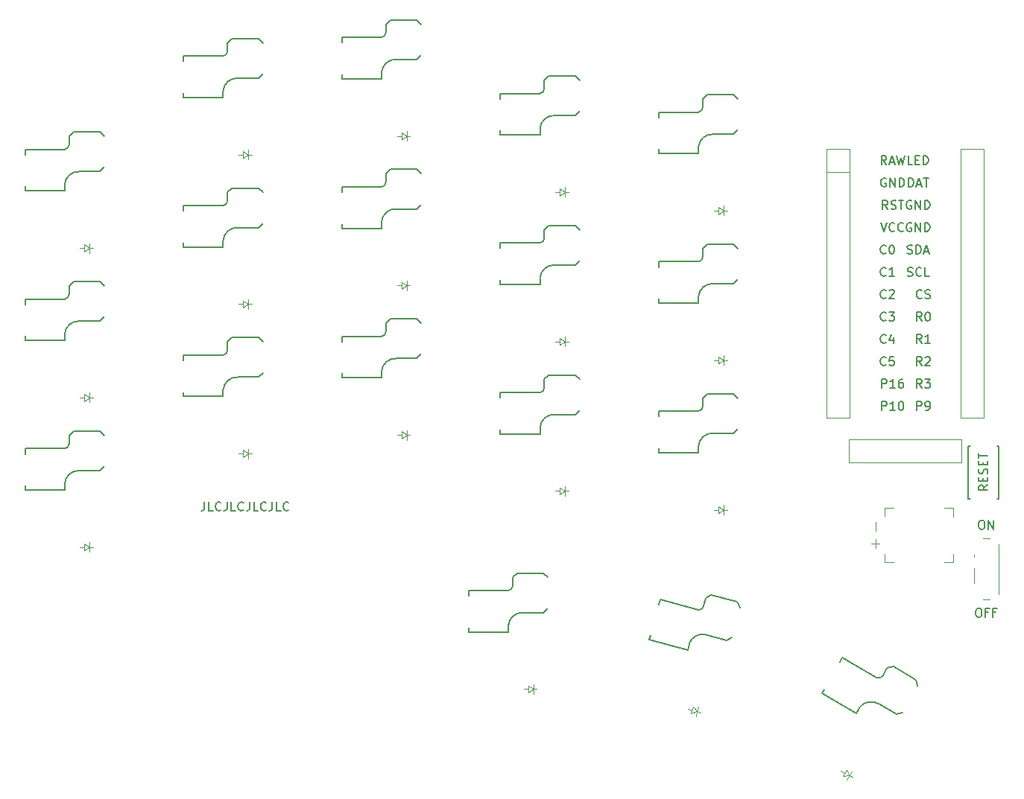
<source format=gto>
G04 #@! TF.GenerationSoftware,KiCad,Pcbnew,8.0.6+1*
G04 #@! TF.CreationDate,2024-12-31T16:22:39+00:00*
G04 #@! TF.ProjectId,corney_island_wireless_autorouted,636f726e-6579-45f6-9973-6c616e645f77,0.2*
G04 #@! TF.SameCoordinates,Original*
G04 #@! TF.FileFunction,Legend,Top*
G04 #@! TF.FilePolarity,Positive*
%FSLAX46Y46*%
G04 Gerber Fmt 4.6, Leading zero omitted, Abs format (unit mm)*
G04 Created by KiCad (PCBNEW 8.0.6+1) date 2024-12-31 16:22:39*
%MOMM*%
%LPD*%
G01*
G04 APERTURE LIST*
%ADD10C,0.150000*%
%ADD11C,0.100000*%
%ADD12C,0.120000*%
%ADD13C,2.000000*%
%ADD14C,2.100000*%
%ADD15C,3.100000*%
%ADD16C,3.500000*%
%ADD17C,4.400000*%
%ADD18C,2.300000*%
%ADD19C,1.800000*%
%ADD20C,0.900000*%
%ADD21O,1.800000X1.800000*%
%ADD22C,1.000000*%
%ADD23O,1.850000X1.300000*%
G04 APERTURE END LIST*
D10*
X113380951Y-99879819D02*
X113380951Y-100594104D01*
X113380951Y-100594104D02*
X113333332Y-100736961D01*
X113333332Y-100736961D02*
X113238094Y-100832200D01*
X113238094Y-100832200D02*
X113095237Y-100879819D01*
X113095237Y-100879819D02*
X112999999Y-100879819D01*
X114333332Y-100879819D02*
X113857142Y-100879819D01*
X113857142Y-100879819D02*
X113857142Y-99879819D01*
X115238094Y-100784580D02*
X115190475Y-100832200D01*
X115190475Y-100832200D02*
X115047618Y-100879819D01*
X115047618Y-100879819D02*
X114952380Y-100879819D01*
X114952380Y-100879819D02*
X114809523Y-100832200D01*
X114809523Y-100832200D02*
X114714285Y-100736961D01*
X114714285Y-100736961D02*
X114666666Y-100641723D01*
X114666666Y-100641723D02*
X114619047Y-100451247D01*
X114619047Y-100451247D02*
X114619047Y-100308390D01*
X114619047Y-100308390D02*
X114666666Y-100117914D01*
X114666666Y-100117914D02*
X114714285Y-100022676D01*
X114714285Y-100022676D02*
X114809523Y-99927438D01*
X114809523Y-99927438D02*
X114952380Y-99879819D01*
X114952380Y-99879819D02*
X115047618Y-99879819D01*
X115047618Y-99879819D02*
X115190475Y-99927438D01*
X115190475Y-99927438D02*
X115238094Y-99975057D01*
X115952380Y-99879819D02*
X115952380Y-100594104D01*
X115952380Y-100594104D02*
X115904761Y-100736961D01*
X115904761Y-100736961D02*
X115809523Y-100832200D01*
X115809523Y-100832200D02*
X115666666Y-100879819D01*
X115666666Y-100879819D02*
X115571428Y-100879819D01*
X116904761Y-100879819D02*
X116428571Y-100879819D01*
X116428571Y-100879819D02*
X116428571Y-99879819D01*
X117809523Y-100784580D02*
X117761904Y-100832200D01*
X117761904Y-100832200D02*
X117619047Y-100879819D01*
X117619047Y-100879819D02*
X117523809Y-100879819D01*
X117523809Y-100879819D02*
X117380952Y-100832200D01*
X117380952Y-100832200D02*
X117285714Y-100736961D01*
X117285714Y-100736961D02*
X117238095Y-100641723D01*
X117238095Y-100641723D02*
X117190476Y-100451247D01*
X117190476Y-100451247D02*
X117190476Y-100308390D01*
X117190476Y-100308390D02*
X117238095Y-100117914D01*
X117238095Y-100117914D02*
X117285714Y-100022676D01*
X117285714Y-100022676D02*
X117380952Y-99927438D01*
X117380952Y-99927438D02*
X117523809Y-99879819D01*
X117523809Y-99879819D02*
X117619047Y-99879819D01*
X117619047Y-99879819D02*
X117761904Y-99927438D01*
X117761904Y-99927438D02*
X117809523Y-99975057D01*
X118523809Y-99879819D02*
X118523809Y-100594104D01*
X118523809Y-100594104D02*
X118476190Y-100736961D01*
X118476190Y-100736961D02*
X118380952Y-100832200D01*
X118380952Y-100832200D02*
X118238095Y-100879819D01*
X118238095Y-100879819D02*
X118142857Y-100879819D01*
X119476190Y-100879819D02*
X119000000Y-100879819D01*
X119000000Y-100879819D02*
X119000000Y-99879819D01*
X120380952Y-100784580D02*
X120333333Y-100832200D01*
X120333333Y-100832200D02*
X120190476Y-100879819D01*
X120190476Y-100879819D02*
X120095238Y-100879819D01*
X120095238Y-100879819D02*
X119952381Y-100832200D01*
X119952381Y-100832200D02*
X119857143Y-100736961D01*
X119857143Y-100736961D02*
X119809524Y-100641723D01*
X119809524Y-100641723D02*
X119761905Y-100451247D01*
X119761905Y-100451247D02*
X119761905Y-100308390D01*
X119761905Y-100308390D02*
X119809524Y-100117914D01*
X119809524Y-100117914D02*
X119857143Y-100022676D01*
X119857143Y-100022676D02*
X119952381Y-99927438D01*
X119952381Y-99927438D02*
X120095238Y-99879819D01*
X120095238Y-99879819D02*
X120190476Y-99879819D01*
X120190476Y-99879819D02*
X120333333Y-99927438D01*
X120333333Y-99927438D02*
X120380952Y-99975057D01*
X121095238Y-99879819D02*
X121095238Y-100594104D01*
X121095238Y-100594104D02*
X121047619Y-100736961D01*
X121047619Y-100736961D02*
X120952381Y-100832200D01*
X120952381Y-100832200D02*
X120809524Y-100879819D01*
X120809524Y-100879819D02*
X120714286Y-100879819D01*
X122047619Y-100879819D02*
X121571429Y-100879819D01*
X121571429Y-100879819D02*
X121571429Y-99879819D01*
X122952381Y-100784580D02*
X122904762Y-100832200D01*
X122904762Y-100832200D02*
X122761905Y-100879819D01*
X122761905Y-100879819D02*
X122666667Y-100879819D01*
X122666667Y-100879819D02*
X122523810Y-100832200D01*
X122523810Y-100832200D02*
X122428572Y-100736961D01*
X122428572Y-100736961D02*
X122380953Y-100641723D01*
X122380953Y-100641723D02*
X122333334Y-100451247D01*
X122333334Y-100451247D02*
X122333334Y-100308390D01*
X122333334Y-100308390D02*
X122380953Y-100117914D01*
X122380953Y-100117914D02*
X122428572Y-100022676D01*
X122428572Y-100022676D02*
X122523810Y-99927438D01*
X122523810Y-99927438D02*
X122666667Y-99879819D01*
X122666667Y-99879819D02*
X122761905Y-99879819D01*
X122761905Y-99879819D02*
X122904762Y-99927438D01*
X122904762Y-99927438D02*
X122952381Y-99975057D01*
X202354819Y-97952381D02*
X201878628Y-98285714D01*
X202354819Y-98523809D02*
X201354819Y-98523809D01*
X201354819Y-98523809D02*
X201354819Y-98142857D01*
X201354819Y-98142857D02*
X201402438Y-98047619D01*
X201402438Y-98047619D02*
X201450057Y-98000000D01*
X201450057Y-98000000D02*
X201545295Y-97952381D01*
X201545295Y-97952381D02*
X201688152Y-97952381D01*
X201688152Y-97952381D02*
X201783390Y-98000000D01*
X201783390Y-98000000D02*
X201831009Y-98047619D01*
X201831009Y-98047619D02*
X201878628Y-98142857D01*
X201878628Y-98142857D02*
X201878628Y-98523809D01*
X201831009Y-97523809D02*
X201831009Y-97190476D01*
X202354819Y-97047619D02*
X202354819Y-97523809D01*
X202354819Y-97523809D02*
X201354819Y-97523809D01*
X201354819Y-97523809D02*
X201354819Y-97047619D01*
X202307200Y-96666666D02*
X202354819Y-96523809D01*
X202354819Y-96523809D02*
X202354819Y-96285714D01*
X202354819Y-96285714D02*
X202307200Y-96190476D01*
X202307200Y-96190476D02*
X202259580Y-96142857D01*
X202259580Y-96142857D02*
X202164342Y-96095238D01*
X202164342Y-96095238D02*
X202069104Y-96095238D01*
X202069104Y-96095238D02*
X201973866Y-96142857D01*
X201973866Y-96142857D02*
X201926247Y-96190476D01*
X201926247Y-96190476D02*
X201878628Y-96285714D01*
X201878628Y-96285714D02*
X201831009Y-96476190D01*
X201831009Y-96476190D02*
X201783390Y-96571428D01*
X201783390Y-96571428D02*
X201735771Y-96619047D01*
X201735771Y-96619047D02*
X201640533Y-96666666D01*
X201640533Y-96666666D02*
X201545295Y-96666666D01*
X201545295Y-96666666D02*
X201450057Y-96619047D01*
X201450057Y-96619047D02*
X201402438Y-96571428D01*
X201402438Y-96571428D02*
X201354819Y-96476190D01*
X201354819Y-96476190D02*
X201354819Y-96238095D01*
X201354819Y-96238095D02*
X201402438Y-96095238D01*
X201831009Y-95666666D02*
X201831009Y-95333333D01*
X202354819Y-95190476D02*
X202354819Y-95666666D01*
X202354819Y-95666666D02*
X201354819Y-95666666D01*
X201354819Y-95666666D02*
X201354819Y-95190476D01*
X201354819Y-94904761D02*
X201354819Y-94333333D01*
X202354819Y-94619047D02*
X201354819Y-94619047D01*
X190335714Y-89439819D02*
X190335714Y-88439819D01*
X190335714Y-88439819D02*
X190716666Y-88439819D01*
X190716666Y-88439819D02*
X190811904Y-88487438D01*
X190811904Y-88487438D02*
X190859523Y-88535057D01*
X190859523Y-88535057D02*
X190907142Y-88630295D01*
X190907142Y-88630295D02*
X190907142Y-88773152D01*
X190907142Y-88773152D02*
X190859523Y-88868390D01*
X190859523Y-88868390D02*
X190811904Y-88916009D01*
X190811904Y-88916009D02*
X190716666Y-88963628D01*
X190716666Y-88963628D02*
X190335714Y-88963628D01*
X191859523Y-89439819D02*
X191288095Y-89439819D01*
X191573809Y-89439819D02*
X191573809Y-88439819D01*
X191573809Y-88439819D02*
X191478571Y-88582676D01*
X191478571Y-88582676D02*
X191383333Y-88677914D01*
X191383333Y-88677914D02*
X191288095Y-88725533D01*
X192478571Y-88439819D02*
X192573809Y-88439819D01*
X192573809Y-88439819D02*
X192669047Y-88487438D01*
X192669047Y-88487438D02*
X192716666Y-88535057D01*
X192716666Y-88535057D02*
X192764285Y-88630295D01*
X192764285Y-88630295D02*
X192811904Y-88820771D01*
X192811904Y-88820771D02*
X192811904Y-89058866D01*
X192811904Y-89058866D02*
X192764285Y-89249342D01*
X192764285Y-89249342D02*
X192716666Y-89344580D01*
X192716666Y-89344580D02*
X192669047Y-89392200D01*
X192669047Y-89392200D02*
X192573809Y-89439819D01*
X192573809Y-89439819D02*
X192478571Y-89439819D01*
X192478571Y-89439819D02*
X192383333Y-89392200D01*
X192383333Y-89392200D02*
X192335714Y-89344580D01*
X192335714Y-89344580D02*
X192288095Y-89249342D01*
X192288095Y-89249342D02*
X192240476Y-89058866D01*
X192240476Y-89058866D02*
X192240476Y-88820771D01*
X192240476Y-88820771D02*
X192288095Y-88630295D01*
X192288095Y-88630295D02*
X192335714Y-88535057D01*
X192335714Y-88535057D02*
X192383333Y-88487438D01*
X192383333Y-88487438D02*
X192478571Y-88439819D01*
X193378571Y-64039819D02*
X193378571Y-63039819D01*
X193378571Y-63039819D02*
X193616666Y-63039819D01*
X193616666Y-63039819D02*
X193759523Y-63087438D01*
X193759523Y-63087438D02*
X193854761Y-63182676D01*
X193854761Y-63182676D02*
X193902380Y-63277914D01*
X193902380Y-63277914D02*
X193949999Y-63468390D01*
X193949999Y-63468390D02*
X193949999Y-63611247D01*
X193949999Y-63611247D02*
X193902380Y-63801723D01*
X193902380Y-63801723D02*
X193854761Y-63896961D01*
X193854761Y-63896961D02*
X193759523Y-63992200D01*
X193759523Y-63992200D02*
X193616666Y-64039819D01*
X193616666Y-64039819D02*
X193378571Y-64039819D01*
X194330952Y-63754104D02*
X194807142Y-63754104D01*
X194235714Y-64039819D02*
X194569047Y-63039819D01*
X194569047Y-63039819D02*
X194902380Y-64039819D01*
X195092857Y-63039819D02*
X195664285Y-63039819D01*
X195378571Y-64039819D02*
X195378571Y-63039819D01*
X194873333Y-86899819D02*
X194540000Y-86423628D01*
X194301905Y-86899819D02*
X194301905Y-85899819D01*
X194301905Y-85899819D02*
X194682857Y-85899819D01*
X194682857Y-85899819D02*
X194778095Y-85947438D01*
X194778095Y-85947438D02*
X194825714Y-85995057D01*
X194825714Y-85995057D02*
X194873333Y-86090295D01*
X194873333Y-86090295D02*
X194873333Y-86233152D01*
X194873333Y-86233152D02*
X194825714Y-86328390D01*
X194825714Y-86328390D02*
X194778095Y-86376009D01*
X194778095Y-86376009D02*
X194682857Y-86423628D01*
X194682857Y-86423628D02*
X194301905Y-86423628D01*
X195206667Y-85899819D02*
X195825714Y-85899819D01*
X195825714Y-85899819D02*
X195492381Y-86280771D01*
X195492381Y-86280771D02*
X195635238Y-86280771D01*
X195635238Y-86280771D02*
X195730476Y-86328390D01*
X195730476Y-86328390D02*
X195778095Y-86376009D01*
X195778095Y-86376009D02*
X195825714Y-86471247D01*
X195825714Y-86471247D02*
X195825714Y-86709342D01*
X195825714Y-86709342D02*
X195778095Y-86804580D01*
X195778095Y-86804580D02*
X195730476Y-86852200D01*
X195730476Y-86852200D02*
X195635238Y-86899819D01*
X195635238Y-86899819D02*
X195349524Y-86899819D01*
X195349524Y-86899819D02*
X195254286Y-86852200D01*
X195254286Y-86852200D02*
X195206667Y-86804580D01*
X193235714Y-71612200D02*
X193378571Y-71659819D01*
X193378571Y-71659819D02*
X193616666Y-71659819D01*
X193616666Y-71659819D02*
X193711904Y-71612200D01*
X193711904Y-71612200D02*
X193759523Y-71564580D01*
X193759523Y-71564580D02*
X193807142Y-71469342D01*
X193807142Y-71469342D02*
X193807142Y-71374104D01*
X193807142Y-71374104D02*
X193759523Y-71278866D01*
X193759523Y-71278866D02*
X193711904Y-71231247D01*
X193711904Y-71231247D02*
X193616666Y-71183628D01*
X193616666Y-71183628D02*
X193426190Y-71136009D01*
X193426190Y-71136009D02*
X193330952Y-71088390D01*
X193330952Y-71088390D02*
X193283333Y-71040771D01*
X193283333Y-71040771D02*
X193235714Y-70945533D01*
X193235714Y-70945533D02*
X193235714Y-70850295D01*
X193235714Y-70850295D02*
X193283333Y-70755057D01*
X193283333Y-70755057D02*
X193330952Y-70707438D01*
X193330952Y-70707438D02*
X193426190Y-70659819D01*
X193426190Y-70659819D02*
X193664285Y-70659819D01*
X193664285Y-70659819D02*
X193807142Y-70707438D01*
X194235714Y-71659819D02*
X194235714Y-70659819D01*
X194235714Y-70659819D02*
X194473809Y-70659819D01*
X194473809Y-70659819D02*
X194616666Y-70707438D01*
X194616666Y-70707438D02*
X194711904Y-70802676D01*
X194711904Y-70802676D02*
X194759523Y-70897914D01*
X194759523Y-70897914D02*
X194807142Y-71088390D01*
X194807142Y-71088390D02*
X194807142Y-71231247D01*
X194807142Y-71231247D02*
X194759523Y-71421723D01*
X194759523Y-71421723D02*
X194711904Y-71516961D01*
X194711904Y-71516961D02*
X194616666Y-71612200D01*
X194616666Y-71612200D02*
X194473809Y-71659819D01*
X194473809Y-71659819D02*
X194235714Y-71659819D01*
X195188095Y-71374104D02*
X195664285Y-71374104D01*
X195092857Y-71659819D02*
X195426190Y-70659819D01*
X195426190Y-70659819D02*
X195759523Y-71659819D01*
X191002380Y-66579819D02*
X190669047Y-66103628D01*
X190430952Y-66579819D02*
X190430952Y-65579819D01*
X190430952Y-65579819D02*
X190811904Y-65579819D01*
X190811904Y-65579819D02*
X190907142Y-65627438D01*
X190907142Y-65627438D02*
X190954761Y-65675057D01*
X190954761Y-65675057D02*
X191002380Y-65770295D01*
X191002380Y-65770295D02*
X191002380Y-65913152D01*
X191002380Y-65913152D02*
X190954761Y-66008390D01*
X190954761Y-66008390D02*
X190907142Y-66056009D01*
X190907142Y-66056009D02*
X190811904Y-66103628D01*
X190811904Y-66103628D02*
X190430952Y-66103628D01*
X191383333Y-66532200D02*
X191526190Y-66579819D01*
X191526190Y-66579819D02*
X191764285Y-66579819D01*
X191764285Y-66579819D02*
X191859523Y-66532200D01*
X191859523Y-66532200D02*
X191907142Y-66484580D01*
X191907142Y-66484580D02*
X191954761Y-66389342D01*
X191954761Y-66389342D02*
X191954761Y-66294104D01*
X191954761Y-66294104D02*
X191907142Y-66198866D01*
X191907142Y-66198866D02*
X191859523Y-66151247D01*
X191859523Y-66151247D02*
X191764285Y-66103628D01*
X191764285Y-66103628D02*
X191573809Y-66056009D01*
X191573809Y-66056009D02*
X191478571Y-66008390D01*
X191478571Y-66008390D02*
X191430952Y-65960771D01*
X191430952Y-65960771D02*
X191383333Y-65865533D01*
X191383333Y-65865533D02*
X191383333Y-65770295D01*
X191383333Y-65770295D02*
X191430952Y-65675057D01*
X191430952Y-65675057D02*
X191478571Y-65627438D01*
X191478571Y-65627438D02*
X191573809Y-65579819D01*
X191573809Y-65579819D02*
X191811904Y-65579819D01*
X191811904Y-65579819D02*
X191954761Y-65627438D01*
X192240476Y-65579819D02*
X192811904Y-65579819D01*
X192526190Y-66579819D02*
X192526190Y-65579819D01*
X194873333Y-79279819D02*
X194540000Y-78803628D01*
X194301905Y-79279819D02*
X194301905Y-78279819D01*
X194301905Y-78279819D02*
X194682857Y-78279819D01*
X194682857Y-78279819D02*
X194778095Y-78327438D01*
X194778095Y-78327438D02*
X194825714Y-78375057D01*
X194825714Y-78375057D02*
X194873333Y-78470295D01*
X194873333Y-78470295D02*
X194873333Y-78613152D01*
X194873333Y-78613152D02*
X194825714Y-78708390D01*
X194825714Y-78708390D02*
X194778095Y-78756009D01*
X194778095Y-78756009D02*
X194682857Y-78803628D01*
X194682857Y-78803628D02*
X194301905Y-78803628D01*
X195492381Y-78279819D02*
X195587619Y-78279819D01*
X195587619Y-78279819D02*
X195682857Y-78327438D01*
X195682857Y-78327438D02*
X195730476Y-78375057D01*
X195730476Y-78375057D02*
X195778095Y-78470295D01*
X195778095Y-78470295D02*
X195825714Y-78660771D01*
X195825714Y-78660771D02*
X195825714Y-78898866D01*
X195825714Y-78898866D02*
X195778095Y-79089342D01*
X195778095Y-79089342D02*
X195730476Y-79184580D01*
X195730476Y-79184580D02*
X195682857Y-79232200D01*
X195682857Y-79232200D02*
X195587619Y-79279819D01*
X195587619Y-79279819D02*
X195492381Y-79279819D01*
X195492381Y-79279819D02*
X195397143Y-79232200D01*
X195397143Y-79232200D02*
X195349524Y-79184580D01*
X195349524Y-79184580D02*
X195301905Y-79089342D01*
X195301905Y-79089342D02*
X195254286Y-78898866D01*
X195254286Y-78898866D02*
X195254286Y-78660771D01*
X195254286Y-78660771D02*
X195301905Y-78470295D01*
X195301905Y-78470295D02*
X195349524Y-78375057D01*
X195349524Y-78375057D02*
X195397143Y-78327438D01*
X195397143Y-78327438D02*
X195492381Y-78279819D01*
X193259524Y-74152200D02*
X193402381Y-74199819D01*
X193402381Y-74199819D02*
X193640476Y-74199819D01*
X193640476Y-74199819D02*
X193735714Y-74152200D01*
X193735714Y-74152200D02*
X193783333Y-74104580D01*
X193783333Y-74104580D02*
X193830952Y-74009342D01*
X193830952Y-74009342D02*
X193830952Y-73914104D01*
X193830952Y-73914104D02*
X193783333Y-73818866D01*
X193783333Y-73818866D02*
X193735714Y-73771247D01*
X193735714Y-73771247D02*
X193640476Y-73723628D01*
X193640476Y-73723628D02*
X193450000Y-73676009D01*
X193450000Y-73676009D02*
X193354762Y-73628390D01*
X193354762Y-73628390D02*
X193307143Y-73580771D01*
X193307143Y-73580771D02*
X193259524Y-73485533D01*
X193259524Y-73485533D02*
X193259524Y-73390295D01*
X193259524Y-73390295D02*
X193307143Y-73295057D01*
X193307143Y-73295057D02*
X193354762Y-73247438D01*
X193354762Y-73247438D02*
X193450000Y-73199819D01*
X193450000Y-73199819D02*
X193688095Y-73199819D01*
X193688095Y-73199819D02*
X193830952Y-73247438D01*
X194830952Y-74104580D02*
X194783333Y-74152200D01*
X194783333Y-74152200D02*
X194640476Y-74199819D01*
X194640476Y-74199819D02*
X194545238Y-74199819D01*
X194545238Y-74199819D02*
X194402381Y-74152200D01*
X194402381Y-74152200D02*
X194307143Y-74056961D01*
X194307143Y-74056961D02*
X194259524Y-73961723D01*
X194259524Y-73961723D02*
X194211905Y-73771247D01*
X194211905Y-73771247D02*
X194211905Y-73628390D01*
X194211905Y-73628390D02*
X194259524Y-73437914D01*
X194259524Y-73437914D02*
X194307143Y-73342676D01*
X194307143Y-73342676D02*
X194402381Y-73247438D01*
X194402381Y-73247438D02*
X194545238Y-73199819D01*
X194545238Y-73199819D02*
X194640476Y-73199819D01*
X194640476Y-73199819D02*
X194783333Y-73247438D01*
X194783333Y-73247438D02*
X194830952Y-73295057D01*
X195735714Y-74199819D02*
X195259524Y-74199819D01*
X195259524Y-74199819D02*
X195259524Y-73199819D01*
X194873333Y-81819819D02*
X194540000Y-81343628D01*
X194301905Y-81819819D02*
X194301905Y-80819819D01*
X194301905Y-80819819D02*
X194682857Y-80819819D01*
X194682857Y-80819819D02*
X194778095Y-80867438D01*
X194778095Y-80867438D02*
X194825714Y-80915057D01*
X194825714Y-80915057D02*
X194873333Y-81010295D01*
X194873333Y-81010295D02*
X194873333Y-81153152D01*
X194873333Y-81153152D02*
X194825714Y-81248390D01*
X194825714Y-81248390D02*
X194778095Y-81296009D01*
X194778095Y-81296009D02*
X194682857Y-81343628D01*
X194682857Y-81343628D02*
X194301905Y-81343628D01*
X195825714Y-81819819D02*
X195254286Y-81819819D01*
X195540000Y-81819819D02*
X195540000Y-80819819D01*
X195540000Y-80819819D02*
X195444762Y-80962676D01*
X195444762Y-80962676D02*
X195349524Y-81057914D01*
X195349524Y-81057914D02*
X195254286Y-81105533D01*
X190335714Y-86899819D02*
X190335714Y-85899819D01*
X190335714Y-85899819D02*
X190716666Y-85899819D01*
X190716666Y-85899819D02*
X190811904Y-85947438D01*
X190811904Y-85947438D02*
X190859523Y-85995057D01*
X190859523Y-85995057D02*
X190907142Y-86090295D01*
X190907142Y-86090295D02*
X190907142Y-86233152D01*
X190907142Y-86233152D02*
X190859523Y-86328390D01*
X190859523Y-86328390D02*
X190811904Y-86376009D01*
X190811904Y-86376009D02*
X190716666Y-86423628D01*
X190716666Y-86423628D02*
X190335714Y-86423628D01*
X191859523Y-86899819D02*
X191288095Y-86899819D01*
X191573809Y-86899819D02*
X191573809Y-85899819D01*
X191573809Y-85899819D02*
X191478571Y-86042676D01*
X191478571Y-86042676D02*
X191383333Y-86137914D01*
X191383333Y-86137914D02*
X191288095Y-86185533D01*
X192716666Y-85899819D02*
X192526190Y-85899819D01*
X192526190Y-85899819D02*
X192430952Y-85947438D01*
X192430952Y-85947438D02*
X192383333Y-85995057D01*
X192383333Y-85995057D02*
X192288095Y-86137914D01*
X192288095Y-86137914D02*
X192240476Y-86328390D01*
X192240476Y-86328390D02*
X192240476Y-86709342D01*
X192240476Y-86709342D02*
X192288095Y-86804580D01*
X192288095Y-86804580D02*
X192335714Y-86852200D01*
X192335714Y-86852200D02*
X192430952Y-86899819D01*
X192430952Y-86899819D02*
X192621428Y-86899819D01*
X192621428Y-86899819D02*
X192716666Y-86852200D01*
X192716666Y-86852200D02*
X192764285Y-86804580D01*
X192764285Y-86804580D02*
X192811904Y-86709342D01*
X192811904Y-86709342D02*
X192811904Y-86471247D01*
X192811904Y-86471247D02*
X192764285Y-86376009D01*
X192764285Y-86376009D02*
X192716666Y-86328390D01*
X192716666Y-86328390D02*
X192621428Y-86280771D01*
X192621428Y-86280771D02*
X192430952Y-86280771D01*
X192430952Y-86280771D02*
X192335714Y-86328390D01*
X192335714Y-86328390D02*
X192288095Y-86376009D01*
X192288095Y-86376009D02*
X192240476Y-86471247D01*
X193688095Y-65627438D02*
X193592857Y-65579819D01*
X193592857Y-65579819D02*
X193450000Y-65579819D01*
X193450000Y-65579819D02*
X193307143Y-65627438D01*
X193307143Y-65627438D02*
X193211905Y-65722676D01*
X193211905Y-65722676D02*
X193164286Y-65817914D01*
X193164286Y-65817914D02*
X193116667Y-66008390D01*
X193116667Y-66008390D02*
X193116667Y-66151247D01*
X193116667Y-66151247D02*
X193164286Y-66341723D01*
X193164286Y-66341723D02*
X193211905Y-66436961D01*
X193211905Y-66436961D02*
X193307143Y-66532200D01*
X193307143Y-66532200D02*
X193450000Y-66579819D01*
X193450000Y-66579819D02*
X193545238Y-66579819D01*
X193545238Y-66579819D02*
X193688095Y-66532200D01*
X193688095Y-66532200D02*
X193735714Y-66484580D01*
X193735714Y-66484580D02*
X193735714Y-66151247D01*
X193735714Y-66151247D02*
X193545238Y-66151247D01*
X194164286Y-66579819D02*
X194164286Y-65579819D01*
X194164286Y-65579819D02*
X194735714Y-66579819D01*
X194735714Y-66579819D02*
X194735714Y-65579819D01*
X195211905Y-66579819D02*
X195211905Y-65579819D01*
X195211905Y-65579819D02*
X195450000Y-65579819D01*
X195450000Y-65579819D02*
X195592857Y-65627438D01*
X195592857Y-65627438D02*
X195688095Y-65722676D01*
X195688095Y-65722676D02*
X195735714Y-65817914D01*
X195735714Y-65817914D02*
X195783333Y-66008390D01*
X195783333Y-66008390D02*
X195783333Y-66151247D01*
X195783333Y-66151247D02*
X195735714Y-66341723D01*
X195735714Y-66341723D02*
X195688095Y-66436961D01*
X195688095Y-66436961D02*
X195592857Y-66532200D01*
X195592857Y-66532200D02*
X195450000Y-66579819D01*
X195450000Y-66579819D02*
X195211905Y-66579819D01*
X193688095Y-68167438D02*
X193592857Y-68119819D01*
X193592857Y-68119819D02*
X193450000Y-68119819D01*
X193450000Y-68119819D02*
X193307143Y-68167438D01*
X193307143Y-68167438D02*
X193211905Y-68262676D01*
X193211905Y-68262676D02*
X193164286Y-68357914D01*
X193164286Y-68357914D02*
X193116667Y-68548390D01*
X193116667Y-68548390D02*
X193116667Y-68691247D01*
X193116667Y-68691247D02*
X193164286Y-68881723D01*
X193164286Y-68881723D02*
X193211905Y-68976961D01*
X193211905Y-68976961D02*
X193307143Y-69072200D01*
X193307143Y-69072200D02*
X193450000Y-69119819D01*
X193450000Y-69119819D02*
X193545238Y-69119819D01*
X193545238Y-69119819D02*
X193688095Y-69072200D01*
X193688095Y-69072200D02*
X193735714Y-69024580D01*
X193735714Y-69024580D02*
X193735714Y-68691247D01*
X193735714Y-68691247D02*
X193545238Y-68691247D01*
X194164286Y-69119819D02*
X194164286Y-68119819D01*
X194164286Y-68119819D02*
X194735714Y-69119819D01*
X194735714Y-69119819D02*
X194735714Y-68119819D01*
X195211905Y-69119819D02*
X195211905Y-68119819D01*
X195211905Y-68119819D02*
X195450000Y-68119819D01*
X195450000Y-68119819D02*
X195592857Y-68167438D01*
X195592857Y-68167438D02*
X195688095Y-68262676D01*
X195688095Y-68262676D02*
X195735714Y-68357914D01*
X195735714Y-68357914D02*
X195783333Y-68548390D01*
X195783333Y-68548390D02*
X195783333Y-68691247D01*
X195783333Y-68691247D02*
X195735714Y-68881723D01*
X195735714Y-68881723D02*
X195688095Y-68976961D01*
X195688095Y-68976961D02*
X195592857Y-69072200D01*
X195592857Y-69072200D02*
X195450000Y-69119819D01*
X195450000Y-69119819D02*
X195211905Y-69119819D01*
X190788095Y-63087438D02*
X190692857Y-63039819D01*
X190692857Y-63039819D02*
X190550000Y-63039819D01*
X190550000Y-63039819D02*
X190407143Y-63087438D01*
X190407143Y-63087438D02*
X190311905Y-63182676D01*
X190311905Y-63182676D02*
X190264286Y-63277914D01*
X190264286Y-63277914D02*
X190216667Y-63468390D01*
X190216667Y-63468390D02*
X190216667Y-63611247D01*
X190216667Y-63611247D02*
X190264286Y-63801723D01*
X190264286Y-63801723D02*
X190311905Y-63896961D01*
X190311905Y-63896961D02*
X190407143Y-63992200D01*
X190407143Y-63992200D02*
X190550000Y-64039819D01*
X190550000Y-64039819D02*
X190645238Y-64039819D01*
X190645238Y-64039819D02*
X190788095Y-63992200D01*
X190788095Y-63992200D02*
X190835714Y-63944580D01*
X190835714Y-63944580D02*
X190835714Y-63611247D01*
X190835714Y-63611247D02*
X190645238Y-63611247D01*
X191264286Y-64039819D02*
X191264286Y-63039819D01*
X191264286Y-63039819D02*
X191835714Y-64039819D01*
X191835714Y-64039819D02*
X191835714Y-63039819D01*
X192311905Y-64039819D02*
X192311905Y-63039819D01*
X192311905Y-63039819D02*
X192550000Y-63039819D01*
X192550000Y-63039819D02*
X192692857Y-63087438D01*
X192692857Y-63087438D02*
X192788095Y-63182676D01*
X192788095Y-63182676D02*
X192835714Y-63277914D01*
X192835714Y-63277914D02*
X192883333Y-63468390D01*
X192883333Y-63468390D02*
X192883333Y-63611247D01*
X192883333Y-63611247D02*
X192835714Y-63801723D01*
X192835714Y-63801723D02*
X192788095Y-63896961D01*
X192788095Y-63896961D02*
X192692857Y-63992200D01*
X192692857Y-63992200D02*
X192550000Y-64039819D01*
X192550000Y-64039819D02*
X192311905Y-64039819D01*
X190793333Y-71564580D02*
X190745714Y-71612200D01*
X190745714Y-71612200D02*
X190602857Y-71659819D01*
X190602857Y-71659819D02*
X190507619Y-71659819D01*
X190507619Y-71659819D02*
X190364762Y-71612200D01*
X190364762Y-71612200D02*
X190269524Y-71516961D01*
X190269524Y-71516961D02*
X190221905Y-71421723D01*
X190221905Y-71421723D02*
X190174286Y-71231247D01*
X190174286Y-71231247D02*
X190174286Y-71088390D01*
X190174286Y-71088390D02*
X190221905Y-70897914D01*
X190221905Y-70897914D02*
X190269524Y-70802676D01*
X190269524Y-70802676D02*
X190364762Y-70707438D01*
X190364762Y-70707438D02*
X190507619Y-70659819D01*
X190507619Y-70659819D02*
X190602857Y-70659819D01*
X190602857Y-70659819D02*
X190745714Y-70707438D01*
X190745714Y-70707438D02*
X190793333Y-70755057D01*
X191412381Y-70659819D02*
X191507619Y-70659819D01*
X191507619Y-70659819D02*
X191602857Y-70707438D01*
X191602857Y-70707438D02*
X191650476Y-70755057D01*
X191650476Y-70755057D02*
X191698095Y-70850295D01*
X191698095Y-70850295D02*
X191745714Y-71040771D01*
X191745714Y-71040771D02*
X191745714Y-71278866D01*
X191745714Y-71278866D02*
X191698095Y-71469342D01*
X191698095Y-71469342D02*
X191650476Y-71564580D01*
X191650476Y-71564580D02*
X191602857Y-71612200D01*
X191602857Y-71612200D02*
X191507619Y-71659819D01*
X191507619Y-71659819D02*
X191412381Y-71659819D01*
X191412381Y-71659819D02*
X191317143Y-71612200D01*
X191317143Y-71612200D02*
X191269524Y-71564580D01*
X191269524Y-71564580D02*
X191221905Y-71469342D01*
X191221905Y-71469342D02*
X191174286Y-71278866D01*
X191174286Y-71278866D02*
X191174286Y-71040771D01*
X191174286Y-71040771D02*
X191221905Y-70850295D01*
X191221905Y-70850295D02*
X191269524Y-70755057D01*
X191269524Y-70755057D02*
X191317143Y-70707438D01*
X191317143Y-70707438D02*
X191412381Y-70659819D01*
X194301905Y-89439819D02*
X194301905Y-88439819D01*
X194301905Y-88439819D02*
X194682857Y-88439819D01*
X194682857Y-88439819D02*
X194778095Y-88487438D01*
X194778095Y-88487438D02*
X194825714Y-88535057D01*
X194825714Y-88535057D02*
X194873333Y-88630295D01*
X194873333Y-88630295D02*
X194873333Y-88773152D01*
X194873333Y-88773152D02*
X194825714Y-88868390D01*
X194825714Y-88868390D02*
X194778095Y-88916009D01*
X194778095Y-88916009D02*
X194682857Y-88963628D01*
X194682857Y-88963628D02*
X194301905Y-88963628D01*
X195349524Y-89439819D02*
X195540000Y-89439819D01*
X195540000Y-89439819D02*
X195635238Y-89392200D01*
X195635238Y-89392200D02*
X195682857Y-89344580D01*
X195682857Y-89344580D02*
X195778095Y-89201723D01*
X195778095Y-89201723D02*
X195825714Y-89011247D01*
X195825714Y-89011247D02*
X195825714Y-88630295D01*
X195825714Y-88630295D02*
X195778095Y-88535057D01*
X195778095Y-88535057D02*
X195730476Y-88487438D01*
X195730476Y-88487438D02*
X195635238Y-88439819D01*
X195635238Y-88439819D02*
X195444762Y-88439819D01*
X195444762Y-88439819D02*
X195349524Y-88487438D01*
X195349524Y-88487438D02*
X195301905Y-88535057D01*
X195301905Y-88535057D02*
X195254286Y-88630295D01*
X195254286Y-88630295D02*
X195254286Y-88868390D01*
X195254286Y-88868390D02*
X195301905Y-88963628D01*
X195301905Y-88963628D02*
X195349524Y-89011247D01*
X195349524Y-89011247D02*
X195444762Y-89058866D01*
X195444762Y-89058866D02*
X195635238Y-89058866D01*
X195635238Y-89058866D02*
X195730476Y-89011247D01*
X195730476Y-89011247D02*
X195778095Y-88963628D01*
X195778095Y-88963628D02*
X195825714Y-88868390D01*
X190216667Y-68119819D02*
X190550000Y-69119819D01*
X190550000Y-69119819D02*
X190883333Y-68119819D01*
X191788095Y-69024580D02*
X191740476Y-69072200D01*
X191740476Y-69072200D02*
X191597619Y-69119819D01*
X191597619Y-69119819D02*
X191502381Y-69119819D01*
X191502381Y-69119819D02*
X191359524Y-69072200D01*
X191359524Y-69072200D02*
X191264286Y-68976961D01*
X191264286Y-68976961D02*
X191216667Y-68881723D01*
X191216667Y-68881723D02*
X191169048Y-68691247D01*
X191169048Y-68691247D02*
X191169048Y-68548390D01*
X191169048Y-68548390D02*
X191216667Y-68357914D01*
X191216667Y-68357914D02*
X191264286Y-68262676D01*
X191264286Y-68262676D02*
X191359524Y-68167438D01*
X191359524Y-68167438D02*
X191502381Y-68119819D01*
X191502381Y-68119819D02*
X191597619Y-68119819D01*
X191597619Y-68119819D02*
X191740476Y-68167438D01*
X191740476Y-68167438D02*
X191788095Y-68215057D01*
X192788095Y-69024580D02*
X192740476Y-69072200D01*
X192740476Y-69072200D02*
X192597619Y-69119819D01*
X192597619Y-69119819D02*
X192502381Y-69119819D01*
X192502381Y-69119819D02*
X192359524Y-69072200D01*
X192359524Y-69072200D02*
X192264286Y-68976961D01*
X192264286Y-68976961D02*
X192216667Y-68881723D01*
X192216667Y-68881723D02*
X192169048Y-68691247D01*
X192169048Y-68691247D02*
X192169048Y-68548390D01*
X192169048Y-68548390D02*
X192216667Y-68357914D01*
X192216667Y-68357914D02*
X192264286Y-68262676D01*
X192264286Y-68262676D02*
X192359524Y-68167438D01*
X192359524Y-68167438D02*
X192502381Y-68119819D01*
X192502381Y-68119819D02*
X192597619Y-68119819D01*
X192597619Y-68119819D02*
X192740476Y-68167438D01*
X192740476Y-68167438D02*
X192788095Y-68215057D01*
X190793333Y-76644580D02*
X190745714Y-76692200D01*
X190745714Y-76692200D02*
X190602857Y-76739819D01*
X190602857Y-76739819D02*
X190507619Y-76739819D01*
X190507619Y-76739819D02*
X190364762Y-76692200D01*
X190364762Y-76692200D02*
X190269524Y-76596961D01*
X190269524Y-76596961D02*
X190221905Y-76501723D01*
X190221905Y-76501723D02*
X190174286Y-76311247D01*
X190174286Y-76311247D02*
X190174286Y-76168390D01*
X190174286Y-76168390D02*
X190221905Y-75977914D01*
X190221905Y-75977914D02*
X190269524Y-75882676D01*
X190269524Y-75882676D02*
X190364762Y-75787438D01*
X190364762Y-75787438D02*
X190507619Y-75739819D01*
X190507619Y-75739819D02*
X190602857Y-75739819D01*
X190602857Y-75739819D02*
X190745714Y-75787438D01*
X190745714Y-75787438D02*
X190793333Y-75835057D01*
X191174286Y-75835057D02*
X191221905Y-75787438D01*
X191221905Y-75787438D02*
X191317143Y-75739819D01*
X191317143Y-75739819D02*
X191555238Y-75739819D01*
X191555238Y-75739819D02*
X191650476Y-75787438D01*
X191650476Y-75787438D02*
X191698095Y-75835057D01*
X191698095Y-75835057D02*
X191745714Y-75930295D01*
X191745714Y-75930295D02*
X191745714Y-76025533D01*
X191745714Y-76025533D02*
X191698095Y-76168390D01*
X191698095Y-76168390D02*
X191126667Y-76739819D01*
X191126667Y-76739819D02*
X191745714Y-76739819D01*
X190793333Y-84264580D02*
X190745714Y-84312200D01*
X190745714Y-84312200D02*
X190602857Y-84359819D01*
X190602857Y-84359819D02*
X190507619Y-84359819D01*
X190507619Y-84359819D02*
X190364762Y-84312200D01*
X190364762Y-84312200D02*
X190269524Y-84216961D01*
X190269524Y-84216961D02*
X190221905Y-84121723D01*
X190221905Y-84121723D02*
X190174286Y-83931247D01*
X190174286Y-83931247D02*
X190174286Y-83788390D01*
X190174286Y-83788390D02*
X190221905Y-83597914D01*
X190221905Y-83597914D02*
X190269524Y-83502676D01*
X190269524Y-83502676D02*
X190364762Y-83407438D01*
X190364762Y-83407438D02*
X190507619Y-83359819D01*
X190507619Y-83359819D02*
X190602857Y-83359819D01*
X190602857Y-83359819D02*
X190745714Y-83407438D01*
X190745714Y-83407438D02*
X190793333Y-83455057D01*
X191698095Y-83359819D02*
X191221905Y-83359819D01*
X191221905Y-83359819D02*
X191174286Y-83836009D01*
X191174286Y-83836009D02*
X191221905Y-83788390D01*
X191221905Y-83788390D02*
X191317143Y-83740771D01*
X191317143Y-83740771D02*
X191555238Y-83740771D01*
X191555238Y-83740771D02*
X191650476Y-83788390D01*
X191650476Y-83788390D02*
X191698095Y-83836009D01*
X191698095Y-83836009D02*
X191745714Y-83931247D01*
X191745714Y-83931247D02*
X191745714Y-84169342D01*
X191745714Y-84169342D02*
X191698095Y-84264580D01*
X191698095Y-84264580D02*
X191650476Y-84312200D01*
X191650476Y-84312200D02*
X191555238Y-84359819D01*
X191555238Y-84359819D02*
X191317143Y-84359819D01*
X191317143Y-84359819D02*
X191221905Y-84312200D01*
X191221905Y-84312200D02*
X191174286Y-84264580D01*
X190793333Y-74104580D02*
X190745714Y-74152200D01*
X190745714Y-74152200D02*
X190602857Y-74199819D01*
X190602857Y-74199819D02*
X190507619Y-74199819D01*
X190507619Y-74199819D02*
X190364762Y-74152200D01*
X190364762Y-74152200D02*
X190269524Y-74056961D01*
X190269524Y-74056961D02*
X190221905Y-73961723D01*
X190221905Y-73961723D02*
X190174286Y-73771247D01*
X190174286Y-73771247D02*
X190174286Y-73628390D01*
X190174286Y-73628390D02*
X190221905Y-73437914D01*
X190221905Y-73437914D02*
X190269524Y-73342676D01*
X190269524Y-73342676D02*
X190364762Y-73247438D01*
X190364762Y-73247438D02*
X190507619Y-73199819D01*
X190507619Y-73199819D02*
X190602857Y-73199819D01*
X190602857Y-73199819D02*
X190745714Y-73247438D01*
X190745714Y-73247438D02*
X190793333Y-73295057D01*
X191745714Y-74199819D02*
X191174286Y-74199819D01*
X191460000Y-74199819D02*
X191460000Y-73199819D01*
X191460000Y-73199819D02*
X191364762Y-73342676D01*
X191364762Y-73342676D02*
X191269524Y-73437914D01*
X191269524Y-73437914D02*
X191174286Y-73485533D01*
X194873333Y-76644580D02*
X194825714Y-76692200D01*
X194825714Y-76692200D02*
X194682857Y-76739819D01*
X194682857Y-76739819D02*
X194587619Y-76739819D01*
X194587619Y-76739819D02*
X194444762Y-76692200D01*
X194444762Y-76692200D02*
X194349524Y-76596961D01*
X194349524Y-76596961D02*
X194301905Y-76501723D01*
X194301905Y-76501723D02*
X194254286Y-76311247D01*
X194254286Y-76311247D02*
X194254286Y-76168390D01*
X194254286Y-76168390D02*
X194301905Y-75977914D01*
X194301905Y-75977914D02*
X194349524Y-75882676D01*
X194349524Y-75882676D02*
X194444762Y-75787438D01*
X194444762Y-75787438D02*
X194587619Y-75739819D01*
X194587619Y-75739819D02*
X194682857Y-75739819D01*
X194682857Y-75739819D02*
X194825714Y-75787438D01*
X194825714Y-75787438D02*
X194873333Y-75835057D01*
X195254286Y-76692200D02*
X195397143Y-76739819D01*
X195397143Y-76739819D02*
X195635238Y-76739819D01*
X195635238Y-76739819D02*
X195730476Y-76692200D01*
X195730476Y-76692200D02*
X195778095Y-76644580D01*
X195778095Y-76644580D02*
X195825714Y-76549342D01*
X195825714Y-76549342D02*
X195825714Y-76454104D01*
X195825714Y-76454104D02*
X195778095Y-76358866D01*
X195778095Y-76358866D02*
X195730476Y-76311247D01*
X195730476Y-76311247D02*
X195635238Y-76263628D01*
X195635238Y-76263628D02*
X195444762Y-76216009D01*
X195444762Y-76216009D02*
X195349524Y-76168390D01*
X195349524Y-76168390D02*
X195301905Y-76120771D01*
X195301905Y-76120771D02*
X195254286Y-76025533D01*
X195254286Y-76025533D02*
X195254286Y-75930295D01*
X195254286Y-75930295D02*
X195301905Y-75835057D01*
X195301905Y-75835057D02*
X195349524Y-75787438D01*
X195349524Y-75787438D02*
X195444762Y-75739819D01*
X195444762Y-75739819D02*
X195682857Y-75739819D01*
X195682857Y-75739819D02*
X195825714Y-75787438D01*
X190859523Y-61499819D02*
X190526190Y-61023628D01*
X190288095Y-61499819D02*
X190288095Y-60499819D01*
X190288095Y-60499819D02*
X190669047Y-60499819D01*
X190669047Y-60499819D02*
X190764285Y-60547438D01*
X190764285Y-60547438D02*
X190811904Y-60595057D01*
X190811904Y-60595057D02*
X190859523Y-60690295D01*
X190859523Y-60690295D02*
X190859523Y-60833152D01*
X190859523Y-60833152D02*
X190811904Y-60928390D01*
X190811904Y-60928390D02*
X190764285Y-60976009D01*
X190764285Y-60976009D02*
X190669047Y-61023628D01*
X190669047Y-61023628D02*
X190288095Y-61023628D01*
X191240476Y-61214104D02*
X191716666Y-61214104D01*
X191145238Y-61499819D02*
X191478571Y-60499819D01*
X191478571Y-60499819D02*
X191811904Y-61499819D01*
X192050000Y-60499819D02*
X192288095Y-61499819D01*
X192288095Y-61499819D02*
X192478571Y-60785533D01*
X192478571Y-60785533D02*
X192669047Y-61499819D01*
X192669047Y-61499819D02*
X192907143Y-60499819D01*
X190793333Y-81724580D02*
X190745714Y-81772200D01*
X190745714Y-81772200D02*
X190602857Y-81819819D01*
X190602857Y-81819819D02*
X190507619Y-81819819D01*
X190507619Y-81819819D02*
X190364762Y-81772200D01*
X190364762Y-81772200D02*
X190269524Y-81676961D01*
X190269524Y-81676961D02*
X190221905Y-81581723D01*
X190221905Y-81581723D02*
X190174286Y-81391247D01*
X190174286Y-81391247D02*
X190174286Y-81248390D01*
X190174286Y-81248390D02*
X190221905Y-81057914D01*
X190221905Y-81057914D02*
X190269524Y-80962676D01*
X190269524Y-80962676D02*
X190364762Y-80867438D01*
X190364762Y-80867438D02*
X190507619Y-80819819D01*
X190507619Y-80819819D02*
X190602857Y-80819819D01*
X190602857Y-80819819D02*
X190745714Y-80867438D01*
X190745714Y-80867438D02*
X190793333Y-80915057D01*
X191650476Y-81153152D02*
X191650476Y-81819819D01*
X191412381Y-80772200D02*
X191174286Y-81486485D01*
X191174286Y-81486485D02*
X191793333Y-81486485D01*
X194873333Y-84359819D02*
X194540000Y-83883628D01*
X194301905Y-84359819D02*
X194301905Y-83359819D01*
X194301905Y-83359819D02*
X194682857Y-83359819D01*
X194682857Y-83359819D02*
X194778095Y-83407438D01*
X194778095Y-83407438D02*
X194825714Y-83455057D01*
X194825714Y-83455057D02*
X194873333Y-83550295D01*
X194873333Y-83550295D02*
X194873333Y-83693152D01*
X194873333Y-83693152D02*
X194825714Y-83788390D01*
X194825714Y-83788390D02*
X194778095Y-83836009D01*
X194778095Y-83836009D02*
X194682857Y-83883628D01*
X194682857Y-83883628D02*
X194301905Y-83883628D01*
X195254286Y-83455057D02*
X195301905Y-83407438D01*
X195301905Y-83407438D02*
X195397143Y-83359819D01*
X195397143Y-83359819D02*
X195635238Y-83359819D01*
X195635238Y-83359819D02*
X195730476Y-83407438D01*
X195730476Y-83407438D02*
X195778095Y-83455057D01*
X195778095Y-83455057D02*
X195825714Y-83550295D01*
X195825714Y-83550295D02*
X195825714Y-83645533D01*
X195825714Y-83645533D02*
X195778095Y-83788390D01*
X195778095Y-83788390D02*
X195206667Y-84359819D01*
X195206667Y-84359819D02*
X195825714Y-84359819D01*
X190793333Y-79184580D02*
X190745714Y-79232200D01*
X190745714Y-79232200D02*
X190602857Y-79279819D01*
X190602857Y-79279819D02*
X190507619Y-79279819D01*
X190507619Y-79279819D02*
X190364762Y-79232200D01*
X190364762Y-79232200D02*
X190269524Y-79136961D01*
X190269524Y-79136961D02*
X190221905Y-79041723D01*
X190221905Y-79041723D02*
X190174286Y-78851247D01*
X190174286Y-78851247D02*
X190174286Y-78708390D01*
X190174286Y-78708390D02*
X190221905Y-78517914D01*
X190221905Y-78517914D02*
X190269524Y-78422676D01*
X190269524Y-78422676D02*
X190364762Y-78327438D01*
X190364762Y-78327438D02*
X190507619Y-78279819D01*
X190507619Y-78279819D02*
X190602857Y-78279819D01*
X190602857Y-78279819D02*
X190745714Y-78327438D01*
X190745714Y-78327438D02*
X190793333Y-78375057D01*
X191126667Y-78279819D02*
X191745714Y-78279819D01*
X191745714Y-78279819D02*
X191412381Y-78660771D01*
X191412381Y-78660771D02*
X191555238Y-78660771D01*
X191555238Y-78660771D02*
X191650476Y-78708390D01*
X191650476Y-78708390D02*
X191698095Y-78756009D01*
X191698095Y-78756009D02*
X191745714Y-78851247D01*
X191745714Y-78851247D02*
X191745714Y-79089342D01*
X191745714Y-79089342D02*
X191698095Y-79184580D01*
X191698095Y-79184580D02*
X191650476Y-79232200D01*
X191650476Y-79232200D02*
X191555238Y-79279819D01*
X191555238Y-79279819D02*
X191269524Y-79279819D01*
X191269524Y-79279819D02*
X191174286Y-79232200D01*
X191174286Y-79232200D02*
X191126667Y-79184580D01*
X193807142Y-61499819D02*
X193330952Y-61499819D01*
X193330952Y-61499819D02*
X193330952Y-60499819D01*
X194140476Y-60976009D02*
X194473809Y-60976009D01*
X194616666Y-61499819D02*
X194140476Y-61499819D01*
X194140476Y-61499819D02*
X194140476Y-60499819D01*
X194140476Y-60499819D02*
X194616666Y-60499819D01*
X195045238Y-61499819D02*
X195045238Y-60499819D01*
X195045238Y-60499819D02*
X195283333Y-60499819D01*
X195283333Y-60499819D02*
X195426190Y-60547438D01*
X195426190Y-60547438D02*
X195521428Y-60642676D01*
X195521428Y-60642676D02*
X195569047Y-60737914D01*
X195569047Y-60737914D02*
X195616666Y-60928390D01*
X195616666Y-60928390D02*
X195616666Y-61071247D01*
X195616666Y-61071247D02*
X195569047Y-61261723D01*
X195569047Y-61261723D02*
X195521428Y-61356961D01*
X195521428Y-61356961D02*
X195426190Y-61452200D01*
X195426190Y-61452200D02*
X195283333Y-61499819D01*
X195283333Y-61499819D02*
X195045238Y-61499819D01*
X201247619Y-111954819D02*
X201438095Y-111954819D01*
X201438095Y-111954819D02*
X201533333Y-112002438D01*
X201533333Y-112002438D02*
X201628571Y-112097676D01*
X201628571Y-112097676D02*
X201676190Y-112288152D01*
X201676190Y-112288152D02*
X201676190Y-112621485D01*
X201676190Y-112621485D02*
X201628571Y-112811961D01*
X201628571Y-112811961D02*
X201533333Y-112907200D01*
X201533333Y-112907200D02*
X201438095Y-112954819D01*
X201438095Y-112954819D02*
X201247619Y-112954819D01*
X201247619Y-112954819D02*
X201152381Y-112907200D01*
X201152381Y-112907200D02*
X201057143Y-112811961D01*
X201057143Y-112811961D02*
X201009524Y-112621485D01*
X201009524Y-112621485D02*
X201009524Y-112288152D01*
X201009524Y-112288152D02*
X201057143Y-112097676D01*
X201057143Y-112097676D02*
X201152381Y-112002438D01*
X201152381Y-112002438D02*
X201247619Y-111954819D01*
X202438095Y-112431009D02*
X202104762Y-112431009D01*
X202104762Y-112954819D02*
X202104762Y-111954819D01*
X202104762Y-111954819D02*
X202580952Y-111954819D01*
X203295238Y-112431009D02*
X202961905Y-112431009D01*
X202961905Y-112954819D02*
X202961905Y-111954819D01*
X202961905Y-111954819D02*
X203438095Y-111954819D01*
X201580952Y-101954819D02*
X201771428Y-101954819D01*
X201771428Y-101954819D02*
X201866666Y-102002438D01*
X201866666Y-102002438D02*
X201961904Y-102097676D01*
X201961904Y-102097676D02*
X202009523Y-102288152D01*
X202009523Y-102288152D02*
X202009523Y-102621485D01*
X202009523Y-102621485D02*
X201961904Y-102811961D01*
X201961904Y-102811961D02*
X201866666Y-102907200D01*
X201866666Y-102907200D02*
X201771428Y-102954819D01*
X201771428Y-102954819D02*
X201580952Y-102954819D01*
X201580952Y-102954819D02*
X201485714Y-102907200D01*
X201485714Y-102907200D02*
X201390476Y-102811961D01*
X201390476Y-102811961D02*
X201342857Y-102621485D01*
X201342857Y-102621485D02*
X201342857Y-102288152D01*
X201342857Y-102288152D02*
X201390476Y-102097676D01*
X201390476Y-102097676D02*
X201485714Y-102002438D01*
X201485714Y-102002438D02*
X201580952Y-101954819D01*
X202438095Y-102954819D02*
X202438095Y-101954819D01*
X202438095Y-101954819D02*
X203009523Y-102954819D01*
X203009523Y-102954819D02*
X203009523Y-101954819D01*
X200150000Y-93500000D02*
X200400000Y-93500000D01*
X200150000Y-99500000D02*
X200150000Y-93500000D01*
X200150000Y-99500000D02*
X200400000Y-99500000D01*
X203650000Y-93500000D02*
X203400000Y-93500000D01*
X203650000Y-99500000D02*
X203400000Y-99500000D01*
X203650000Y-99500000D02*
X203650000Y-93500000D01*
X163920048Y-115508378D02*
X164049457Y-115025415D01*
X164981206Y-111548082D02*
X165136497Y-110968528D01*
X165136497Y-110968528D02*
X169463845Y-112128036D01*
X168266714Y-116673064D02*
X163920048Y-115508378D01*
X168447887Y-115996917D02*
X168266714Y-116673064D01*
X170116241Y-111702385D02*
X170354355Y-110813733D01*
X170966727Y-110460180D02*
X170354355Y-110813733D01*
X172699819Y-115583303D02*
X170478190Y-114988019D01*
X173312192Y-115229750D02*
X172699819Y-115583303D01*
X173864505Y-111236637D02*
X170966727Y-110460180D01*
X174218058Y-111849009D02*
X173864505Y-111236637D01*
X168453064Y-115977597D02*
G75*
G02*
X170478190Y-114988020I1507354J-517780D01*
G01*
X170116241Y-111702385D02*
G75*
G02*
X169463845Y-112128036I-539026J113376D01*
G01*
D11*
X171750000Y-100350000D02*
X172350000Y-100750000D01*
X171750000Y-100750000D02*
X171250000Y-100750000D01*
X171750000Y-101150000D02*
X171750000Y-100350000D01*
X172350000Y-100750000D02*
X171750000Y-101150000D01*
X172350000Y-100750000D02*
X172350000Y-100200000D01*
X172350000Y-100750000D02*
X172350000Y-101300000D01*
X172750000Y-100750000D02*
X172350000Y-100750000D01*
D10*
X111000000Y-83175000D02*
X115480000Y-83175000D01*
X111000000Y-83775000D02*
X111000000Y-83175000D01*
X111000000Y-87875000D02*
X111000000Y-87375000D01*
X115500000Y-87175000D02*
X115500000Y-87875000D01*
X115500000Y-87875000D02*
X111000000Y-87875000D01*
X116000000Y-82595000D02*
X116000000Y-81675000D01*
X116500000Y-81175000D02*
X116000000Y-81675000D01*
X119500000Y-81175000D02*
X116500000Y-81175000D01*
X119500000Y-85675000D02*
X117200000Y-85675000D01*
X120000000Y-81675000D02*
X119500000Y-81175000D01*
X120000000Y-85175000D02*
X119500000Y-85675000D01*
X115500000Y-87155000D02*
G75*
G02*
X117200000Y-85675000I1589999J-109999D01*
G01*
X116000000Y-82595000D02*
G75*
G02*
X115480000Y-83175000I-549999J-30001D01*
G01*
X129000000Y-47050000D02*
X133480000Y-47050000D01*
X129000000Y-47650000D02*
X129000000Y-47050000D01*
X129000000Y-51750000D02*
X129000000Y-51250000D01*
X133500000Y-51050000D02*
X133500000Y-51750000D01*
X133500000Y-51750000D02*
X129000000Y-51750000D01*
X134000000Y-46470000D02*
X134000000Y-45550000D01*
X134500000Y-45050000D02*
X134000000Y-45550000D01*
X137500000Y-45050000D02*
X134500000Y-45050000D01*
X137500000Y-49550000D02*
X135200000Y-49550000D01*
X138000000Y-45550000D02*
X137500000Y-45050000D01*
X138000000Y-49050000D02*
X137500000Y-49550000D01*
X133500000Y-51030000D02*
G75*
G02*
X135200000Y-49550000I1589999J-109999D01*
G01*
X134000000Y-46470000D02*
G75*
G02*
X133480000Y-47050000I-549999J-30001D01*
G01*
D11*
X153750000Y-64225000D02*
X154350000Y-64625000D01*
X153750000Y-64625000D02*
X153250000Y-64625000D01*
X153750000Y-65025000D02*
X153750000Y-64225000D01*
X154350000Y-64625000D02*
X153750000Y-65025000D01*
X154350000Y-64625000D02*
X154350000Y-64075000D01*
X154350000Y-64625000D02*
X154350000Y-65175000D01*
X154750000Y-64625000D02*
X154350000Y-64625000D01*
X168654191Y-123920266D02*
X168861246Y-123147525D01*
X168757719Y-123533895D02*
X168274756Y-123404486D01*
X168861246Y-123147525D02*
X169337274Y-123689187D01*
X169337274Y-123689187D02*
X168654191Y-123920266D01*
X169337274Y-123689187D02*
X169194924Y-124220446D01*
X169337274Y-123689187D02*
X169479625Y-123157926D01*
X169723644Y-123792714D02*
X169337274Y-123689187D01*
X171750000Y-66350000D02*
X172350000Y-66750000D01*
X171750000Y-66750000D02*
X171250000Y-66750000D01*
X171750000Y-67150000D02*
X171750000Y-66350000D01*
X172350000Y-66750000D02*
X171750000Y-67150000D01*
X172350000Y-66750000D02*
X172350000Y-66200000D01*
X172350000Y-66750000D02*
X172350000Y-67300000D01*
X172750000Y-66750000D02*
X172350000Y-66750000D01*
X153750000Y-98225000D02*
X154350000Y-98625000D01*
X153750000Y-98625000D02*
X153250000Y-98625000D01*
X153750000Y-99025000D02*
X153750000Y-98225000D01*
X154350000Y-98625000D02*
X153750000Y-99025000D01*
X154350000Y-98625000D02*
X154350000Y-98075000D01*
X154350000Y-98625000D02*
X154350000Y-99175000D01*
X154750000Y-98625000D02*
X154350000Y-98625000D01*
X99750000Y-87600000D02*
X100350000Y-88000000D01*
X99750000Y-88000000D02*
X99250000Y-88000000D01*
X99750000Y-88400000D02*
X99750000Y-87600000D01*
X100350000Y-88000000D02*
X99750000Y-88400000D01*
X100350000Y-88000000D02*
X100350000Y-87450000D01*
X100350000Y-88000000D02*
X100350000Y-88550000D01*
X100750000Y-88000000D02*
X100350000Y-88000000D01*
D12*
X184050000Y-59715000D02*
X184050000Y-90315000D01*
X184050000Y-59715000D02*
X186710000Y-59715000D01*
X184050000Y-90315000D02*
X186710000Y-90315000D01*
X186710000Y-59715000D02*
X186710000Y-90315000D01*
X186710000Y-62315000D02*
X184050000Y-62315000D01*
X199290000Y-59715000D02*
X199290000Y-90315000D01*
X199290000Y-59715000D02*
X201950000Y-59715000D01*
X199290000Y-90315000D02*
X201950000Y-90315000D01*
X201950000Y-59715000D02*
X201950000Y-90315000D01*
D11*
X135750000Y-57850000D02*
X136350000Y-58250000D01*
X135750000Y-58250000D02*
X135250000Y-58250000D01*
X135750000Y-58650000D02*
X135750000Y-57850000D01*
X136350000Y-58250000D02*
X135750000Y-58650000D01*
X136350000Y-58250000D02*
X136350000Y-57700000D01*
X136350000Y-58250000D02*
X136350000Y-58800000D01*
X136750000Y-58250000D02*
X136350000Y-58250000D01*
X117750000Y-76975000D02*
X118350000Y-77375000D01*
X117750000Y-77375000D02*
X117250000Y-77375000D01*
X117750000Y-77775000D02*
X117750000Y-76975000D01*
X118350000Y-77375000D02*
X117750000Y-77775000D01*
X118350000Y-77375000D02*
X118350000Y-76825000D01*
X118350000Y-77375000D02*
X118350000Y-77925000D01*
X118750000Y-77375000D02*
X118350000Y-77375000D01*
X150150000Y-120750000D02*
X150750000Y-121150000D01*
X150150000Y-121150000D02*
X149650000Y-121150000D01*
X150150000Y-121550000D02*
X150150000Y-120750000D01*
X150750000Y-121150000D02*
X150150000Y-121550000D01*
X150750000Y-121150000D02*
X150750000Y-120600000D01*
X150750000Y-121150000D02*
X150750000Y-121700000D01*
X151150000Y-121150000D02*
X150750000Y-121150000D01*
X99750000Y-70600000D02*
X100350000Y-71000000D01*
X99750000Y-71000000D02*
X99250000Y-71000000D01*
X99750000Y-71400000D02*
X99750000Y-70600000D01*
X100350000Y-71000000D02*
X99750000Y-71400000D01*
X100350000Y-71000000D02*
X100350000Y-70450000D01*
X100350000Y-71000000D02*
X100350000Y-71550000D01*
X100750000Y-71000000D02*
X100350000Y-71000000D01*
D10*
X147000000Y-70425000D02*
X151480000Y-70425000D01*
X147000000Y-71025000D02*
X147000000Y-70425000D01*
X147000000Y-75125000D02*
X147000000Y-74625000D01*
X151500000Y-74425000D02*
X151500000Y-75125000D01*
X151500000Y-75125000D02*
X147000000Y-75125000D01*
X152000000Y-69845000D02*
X152000000Y-68925000D01*
X152500000Y-68425000D02*
X152000000Y-68925000D01*
X155500000Y-68425000D02*
X152500000Y-68425000D01*
X155500000Y-72925000D02*
X153200000Y-72925000D01*
X156000000Y-68925000D02*
X155500000Y-68425000D01*
X156000000Y-72425000D02*
X155500000Y-72925000D01*
X151500000Y-74405000D02*
G75*
G02*
X153200000Y-72925000I1589999J-109999D01*
G01*
X152000000Y-69845000D02*
G75*
G02*
X151480000Y-70425000I-549999J-30001D01*
G01*
X165000000Y-89550000D02*
X169480000Y-89550000D01*
X165000000Y-90150000D02*
X165000000Y-89550000D01*
X165000000Y-94250000D02*
X165000000Y-93750000D01*
X169500000Y-93550000D02*
X169500000Y-94250000D01*
X169500000Y-94250000D02*
X165000000Y-94250000D01*
X170000000Y-88970000D02*
X170000000Y-88050000D01*
X170500000Y-87550000D02*
X170000000Y-88050000D01*
X173500000Y-87550000D02*
X170500000Y-87550000D01*
X173500000Y-92050000D02*
X171200000Y-92050000D01*
X174000000Y-88050000D02*
X173500000Y-87550000D01*
X174000000Y-91550000D02*
X173500000Y-92050000D01*
X169500000Y-93530000D02*
G75*
G02*
X171200000Y-92050000I1589999J-109999D01*
G01*
X170000000Y-88970000D02*
G75*
G02*
X169480000Y-89550000I-549999J-30001D01*
G01*
X165000000Y-72550000D02*
X169480000Y-72550000D01*
X165000000Y-73150000D02*
X165000000Y-72550000D01*
X165000000Y-77250000D02*
X165000000Y-76750000D01*
X169500000Y-76550000D02*
X169500000Y-77250000D01*
X169500000Y-77250000D02*
X165000000Y-77250000D01*
X170000000Y-71970000D02*
X170000000Y-71050000D01*
X170500000Y-70550000D02*
X170000000Y-71050000D01*
X173500000Y-70550000D02*
X170500000Y-70550000D01*
X173500000Y-75050000D02*
X171200000Y-75050000D01*
X174000000Y-71050000D02*
X173500000Y-70550000D01*
X174000000Y-74550000D02*
X173500000Y-75050000D01*
X169500000Y-76530000D02*
G75*
G02*
X171200000Y-75050000I1589999J-109999D01*
G01*
X170000000Y-71970000D02*
G75*
G02*
X169480000Y-72550000I-549999J-30001D01*
G01*
X129000000Y-81050000D02*
X133480000Y-81050000D01*
X129000000Y-81650000D02*
X129000000Y-81050000D01*
X129000000Y-85750000D02*
X129000000Y-85250000D01*
X133500000Y-85050000D02*
X133500000Y-85750000D01*
X133500000Y-85750000D02*
X129000000Y-85750000D01*
X134000000Y-80470000D02*
X134000000Y-79550000D01*
X134500000Y-79050000D02*
X134000000Y-79550000D01*
X137500000Y-79050000D02*
X134500000Y-79050000D01*
X137500000Y-83550000D02*
X135200000Y-83550000D01*
X138000000Y-79550000D02*
X137500000Y-79050000D01*
X138000000Y-83050000D02*
X137500000Y-83550000D01*
X133500000Y-85030000D02*
G75*
G02*
X135200000Y-83550000I1589999J-109999D01*
G01*
X134000000Y-80470000D02*
G75*
G02*
X133480000Y-81050000I-549999J-30001D01*
G01*
X183518722Y-121648462D02*
X183768722Y-121215449D01*
X185568722Y-118097758D02*
X185868722Y-117578142D01*
X185868722Y-117578142D02*
X189748516Y-119818142D01*
X187415836Y-123898462D02*
X183518722Y-121648462D01*
X187765836Y-123292244D02*
X187415836Y-123898462D01*
X190488849Y-119575848D02*
X190948849Y-118779104D01*
X191631862Y-118596092D02*
X190948849Y-118779104D01*
X191979938Y-123993206D02*
X189988080Y-122843206D01*
X192662951Y-123810193D02*
X191979938Y-123993206D01*
X194229938Y-120096092D02*
X191631862Y-118596092D01*
X194412951Y-120779104D02*
X194229938Y-120096092D01*
X187775836Y-123274924D02*
G75*
G02*
X189988081Y-122843205I1321981J-890259D01*
G01*
X190488849Y-119575848D02*
G75*
G02*
X189748516Y-119818142I-491314J249021D01*
G01*
X93000000Y-76800000D02*
X97480000Y-76800000D01*
X93000000Y-77400000D02*
X93000000Y-76800000D01*
X93000000Y-81500000D02*
X93000000Y-81000000D01*
X97500000Y-80800000D02*
X97500000Y-81500000D01*
X97500000Y-81500000D02*
X93000000Y-81500000D01*
X98000000Y-76220000D02*
X98000000Y-75300000D01*
X98500000Y-74800000D02*
X98000000Y-75300000D01*
X101500000Y-74800000D02*
X98500000Y-74800000D01*
X101500000Y-79300000D02*
X99200000Y-79300000D01*
X102000000Y-75300000D02*
X101500000Y-74800000D01*
X102000000Y-78800000D02*
X101500000Y-79300000D01*
X97500000Y-80780000D02*
G75*
G02*
X99200000Y-79300000I1589999J-109999D01*
G01*
X98000000Y-76220000D02*
G75*
G02*
X97480000Y-76800000I-549999J-30001D01*
G01*
D12*
X186590000Y-92745000D02*
X186590000Y-95405000D01*
X199410000Y-92745000D02*
X186590000Y-92745000D01*
X199410000Y-92745000D02*
X199410000Y-95405000D01*
X199410000Y-95405000D02*
X186590000Y-95405000D01*
D10*
X129000000Y-64050000D02*
X133480000Y-64050000D01*
X129000000Y-64650000D02*
X129000000Y-64050000D01*
X129000000Y-68750000D02*
X129000000Y-68250000D01*
X133500000Y-68050000D02*
X133500000Y-68750000D01*
X133500000Y-68750000D02*
X129000000Y-68750000D01*
X134000000Y-63470000D02*
X134000000Y-62550000D01*
X134500000Y-62050000D02*
X134000000Y-62550000D01*
X137500000Y-62050000D02*
X134500000Y-62050000D01*
X137500000Y-66550000D02*
X135200000Y-66550000D01*
X138000000Y-62550000D02*
X137500000Y-62050000D01*
X138000000Y-66050000D02*
X137500000Y-66550000D01*
X133500000Y-68030000D02*
G75*
G02*
X135200000Y-66550000I1589999J-109999D01*
G01*
X134000000Y-63470000D02*
G75*
G02*
X133480000Y-64050000I-549999J-30001D01*
G01*
X111000000Y-49175000D02*
X115480000Y-49175000D01*
X111000000Y-49775000D02*
X111000000Y-49175000D01*
X111000000Y-53875000D02*
X111000000Y-53375000D01*
X115500000Y-53175000D02*
X115500000Y-53875000D01*
X115500000Y-53875000D02*
X111000000Y-53875000D01*
X116000000Y-48595000D02*
X116000000Y-47675000D01*
X116500000Y-47175000D02*
X116000000Y-47675000D01*
X119500000Y-47175000D02*
X116500000Y-47175000D01*
X119500000Y-51675000D02*
X117200000Y-51675000D01*
X120000000Y-47675000D02*
X119500000Y-47175000D01*
X120000000Y-51175000D02*
X119500000Y-51675000D01*
X115500000Y-53155000D02*
G75*
G02*
X117200000Y-51675000I1589999J-109999D01*
G01*
X116000000Y-48595000D02*
G75*
G02*
X115480000Y-49175000I-549999J-30001D01*
G01*
D11*
X171750000Y-83350000D02*
X172350000Y-83750000D01*
X171750000Y-83750000D02*
X171250000Y-83750000D01*
X171750000Y-84150000D02*
X171750000Y-83350000D01*
X172350000Y-83750000D02*
X171750000Y-84150000D01*
X172350000Y-83750000D02*
X172350000Y-83200000D01*
X172350000Y-83750000D02*
X172350000Y-84300000D01*
X172750000Y-83750000D02*
X172350000Y-83750000D01*
D10*
X93000000Y-59800000D02*
X97480000Y-59800000D01*
X93000000Y-60400000D02*
X93000000Y-59800000D01*
X93000000Y-64500000D02*
X93000000Y-64000000D01*
X97500000Y-63800000D02*
X97500000Y-64500000D01*
X97500000Y-64500000D02*
X93000000Y-64500000D01*
X98000000Y-59220000D02*
X98000000Y-58300000D01*
X98500000Y-57800000D02*
X98000000Y-58300000D01*
X101500000Y-57800000D02*
X98500000Y-57800000D01*
X101500000Y-62300000D02*
X99200000Y-62300000D01*
X102000000Y-58300000D02*
X101500000Y-57800000D01*
X102000000Y-61800000D02*
X101500000Y-62300000D01*
X97500000Y-63780000D02*
G75*
G02*
X99200000Y-62300000I1589999J-109999D01*
G01*
X98000000Y-59220000D02*
G75*
G02*
X97480000Y-59800000I-549999J-30001D01*
G01*
D12*
X200775000Y-106100000D02*
X200775000Y-105900000D01*
X200775000Y-109100000D02*
X200775000Y-107400000D01*
X201825000Y-110950000D02*
X202615000Y-110950000D01*
X202615000Y-104050000D02*
X201825000Y-104050000D01*
X203625000Y-110350000D02*
X203625000Y-104650000D01*
D10*
X93000000Y-93800000D02*
X97480000Y-93800000D01*
X93000000Y-94400000D02*
X93000000Y-93800000D01*
X93000000Y-98500000D02*
X93000000Y-98000000D01*
X97500000Y-97800000D02*
X97500000Y-98500000D01*
X97500000Y-98500000D02*
X93000000Y-98500000D01*
X98000000Y-93220000D02*
X98000000Y-92300000D01*
X98500000Y-91800000D02*
X98000000Y-92300000D01*
X101500000Y-91800000D02*
X98500000Y-91800000D01*
X101500000Y-96300000D02*
X99200000Y-96300000D01*
X102000000Y-92300000D02*
X101500000Y-91800000D01*
X102000000Y-95800000D02*
X101500000Y-96300000D01*
X97500000Y-97780000D02*
G75*
G02*
X99200000Y-96300000I1589999J-109999D01*
G01*
X98000000Y-93220000D02*
G75*
G02*
X97480000Y-93800000I-549999J-30001D01*
G01*
D11*
X99750000Y-104600000D02*
X100350000Y-105000000D01*
X99750000Y-105000000D02*
X99250000Y-105000000D01*
X99750000Y-105400000D02*
X99750000Y-104600000D01*
X100350000Y-105000000D02*
X99750000Y-105400000D01*
X100350000Y-105000000D02*
X100350000Y-104450000D01*
X100350000Y-105000000D02*
X100350000Y-105550000D01*
X100750000Y-105000000D02*
X100350000Y-105000000D01*
X117750000Y-93975000D02*
X118350000Y-94375000D01*
X117750000Y-94375000D02*
X117250000Y-94375000D01*
X117750000Y-94775000D02*
X117750000Y-93975000D01*
X118350000Y-94375000D02*
X117750000Y-94775000D01*
X118350000Y-94375000D02*
X118350000Y-93825000D01*
X118350000Y-94375000D02*
X118350000Y-94925000D01*
X118750000Y-94375000D02*
X118350000Y-94375000D01*
X135750000Y-74850000D02*
X136350000Y-75250000D01*
X135750000Y-75250000D02*
X135250000Y-75250000D01*
X135750000Y-75650000D02*
X135750000Y-74850000D01*
X136350000Y-75250000D02*
X135750000Y-75650000D01*
X136350000Y-75250000D02*
X136350000Y-74700000D01*
X136350000Y-75250000D02*
X136350000Y-75800000D01*
X136750000Y-75250000D02*
X136350000Y-75250000D01*
X189600000Y-102125000D02*
X189600000Y-103125000D01*
X189600000Y-105125000D02*
X189600000Y-104125000D01*
X190100000Y-104625000D02*
X189100000Y-104625000D01*
D12*
X190640000Y-100565000D02*
X191640000Y-100565000D01*
X190640000Y-101485000D02*
X190640000Y-100565000D01*
X190640000Y-105765000D02*
X190640000Y-106685000D01*
X190640000Y-106685000D02*
X191640000Y-106685000D01*
X198460000Y-100565000D02*
X197460000Y-100565000D01*
X198460000Y-101565000D02*
X198460000Y-100565000D01*
X198460000Y-105765000D02*
X198460000Y-106685000D01*
X198460000Y-106685000D02*
X197460000Y-106685000D01*
D10*
X147000000Y-87425000D02*
X151480000Y-87425000D01*
X147000000Y-88025000D02*
X147000000Y-87425000D01*
X147000000Y-92125000D02*
X147000000Y-91625000D01*
X151500000Y-91425000D02*
X151500000Y-92125000D01*
X151500000Y-92125000D02*
X147000000Y-92125000D01*
X152000000Y-86845000D02*
X152000000Y-85925000D01*
X152500000Y-85425000D02*
X152000000Y-85925000D01*
X155500000Y-85425000D02*
X152500000Y-85425000D01*
X155500000Y-89925000D02*
X153200000Y-89925000D01*
X156000000Y-85925000D02*
X155500000Y-85425000D01*
X156000000Y-89425000D02*
X155500000Y-89925000D01*
X151500000Y-91405000D02*
G75*
G02*
X153200000Y-89925000I1589999J-109999D01*
G01*
X152000000Y-86845000D02*
G75*
G02*
X151480000Y-87425000I-549999J-30001D01*
G01*
D11*
X117750000Y-59975000D02*
X118350000Y-60375000D01*
X117750000Y-60375000D02*
X117250000Y-60375000D01*
X117750000Y-60775000D02*
X117750000Y-59975000D01*
X118350000Y-60375000D02*
X117750000Y-60775000D01*
X118350000Y-60375000D02*
X118350000Y-59825000D01*
X118350000Y-60375000D02*
X118350000Y-60925000D01*
X118750000Y-60375000D02*
X118350000Y-60375000D01*
D10*
X165000000Y-55550000D02*
X169480000Y-55550000D01*
X165000000Y-56150000D02*
X165000000Y-55550000D01*
X165000000Y-60250000D02*
X165000000Y-59750000D01*
X169500000Y-59550000D02*
X169500000Y-60250000D01*
X169500000Y-60250000D02*
X165000000Y-60250000D01*
X170000000Y-54970000D02*
X170000000Y-54050000D01*
X170500000Y-53550000D02*
X170000000Y-54050000D01*
X173500000Y-53550000D02*
X170500000Y-53550000D01*
X173500000Y-58050000D02*
X171200000Y-58050000D01*
X174000000Y-54050000D02*
X173500000Y-53550000D01*
X174000000Y-57550000D02*
X173500000Y-58050000D01*
X169500000Y-59530000D02*
G75*
G02*
X171200000Y-58050000I1589999J-109999D01*
G01*
X170000000Y-54970000D02*
G75*
G02*
X169480000Y-55550000I-549999J-30001D01*
G01*
X147000000Y-53425000D02*
X151480000Y-53425000D01*
X147000000Y-54025000D02*
X147000000Y-53425000D01*
X147000000Y-58125000D02*
X147000000Y-57625000D01*
X151500000Y-57425000D02*
X151500000Y-58125000D01*
X151500000Y-58125000D02*
X147000000Y-58125000D01*
X152000000Y-52845000D02*
X152000000Y-51925000D01*
X152500000Y-51425000D02*
X152000000Y-51925000D01*
X155500000Y-51425000D02*
X152500000Y-51425000D01*
X155500000Y-55925000D02*
X153200000Y-55925000D01*
X156000000Y-51925000D02*
X155500000Y-51425000D01*
X156000000Y-55425000D02*
X155500000Y-55925000D01*
X151500000Y-57405000D02*
G75*
G02*
X153200000Y-55925000I1589999J-109999D01*
G01*
X152000000Y-52845000D02*
G75*
G02*
X151480000Y-53425000I-549999J-30001D01*
G01*
D11*
X185914394Y-130999110D02*
X186314394Y-130306290D01*
X186114394Y-130652700D02*
X185681381Y-130402700D01*
X186314394Y-130306290D02*
X186634009Y-130952700D01*
X186634009Y-130952700D02*
X185914394Y-130999110D01*
X186634009Y-130952700D02*
X186359009Y-131429014D01*
X186634009Y-130952700D02*
X186909009Y-130476386D01*
X186980419Y-131152700D02*
X186634009Y-130952700D01*
X153750000Y-81225000D02*
X154350000Y-81625000D01*
X153750000Y-81625000D02*
X153250000Y-81625000D01*
X153750000Y-82025000D02*
X153750000Y-81225000D01*
X154350000Y-81625000D02*
X153750000Y-82025000D01*
X154350000Y-81625000D02*
X154350000Y-81075000D01*
X154350000Y-81625000D02*
X154350000Y-82175000D01*
X154750000Y-81625000D02*
X154350000Y-81625000D01*
D10*
X111000000Y-66175000D02*
X115480000Y-66175000D01*
X111000000Y-66775000D02*
X111000000Y-66175000D01*
X111000000Y-70875000D02*
X111000000Y-70375000D01*
X115500000Y-70175000D02*
X115500000Y-70875000D01*
X115500000Y-70875000D02*
X111000000Y-70875000D01*
X116000000Y-65595000D02*
X116000000Y-64675000D01*
X116500000Y-64175000D02*
X116000000Y-64675000D01*
X119500000Y-64175000D02*
X116500000Y-64175000D01*
X119500000Y-68675000D02*
X117200000Y-68675000D01*
X120000000Y-64675000D02*
X119500000Y-64175000D01*
X120000000Y-68175000D02*
X119500000Y-68675000D01*
X115500000Y-70155000D02*
G75*
G02*
X117200000Y-68675000I1589999J-109999D01*
G01*
X116000000Y-65595000D02*
G75*
G02*
X115480000Y-66175000I-549999J-30001D01*
G01*
D11*
X135750000Y-91850000D02*
X136350000Y-92250000D01*
X135750000Y-92250000D02*
X135250000Y-92250000D01*
X135750000Y-92650000D02*
X135750000Y-91850000D01*
X136350000Y-92250000D02*
X135750000Y-92650000D01*
X136350000Y-92250000D02*
X136350000Y-91700000D01*
X136350000Y-92250000D02*
X136350000Y-92800000D01*
X136750000Y-92250000D02*
X136350000Y-92250000D01*
D10*
X143400000Y-109950000D02*
X147880000Y-109950000D01*
X143400000Y-110550000D02*
X143400000Y-109950000D01*
X143400000Y-114650000D02*
X143400000Y-114150000D01*
X147900000Y-113950000D02*
X147900000Y-114650000D01*
X147900000Y-114650000D02*
X143400000Y-114650000D01*
X148400000Y-109370000D02*
X148400000Y-108450000D01*
X148900000Y-107950000D02*
X148400000Y-108450000D01*
X151900000Y-107950000D02*
X148900000Y-107950000D01*
X151900000Y-112450000D02*
X149600000Y-112450000D01*
X152400000Y-108450000D02*
X151900000Y-107950000D01*
X152400000Y-111950000D02*
X151900000Y-112450000D01*
X147900000Y-113930000D02*
G75*
G02*
X149600000Y-112450000I1589999J-109999D01*
G01*
X148400000Y-109370000D02*
G75*
G02*
X147880000Y-109950000I-549999J-30001D01*
G01*
D13*
X201900000Y-93250000D03*
X201900000Y-99750000D03*
%LPC*%
D14*
X201900000Y-93250000D03*
X201900000Y-99750000D03*
D13*
X164980708Y-117345495D03*
D15*
X166434242Y-113852683D03*
X171833273Y-113021741D03*
D16*
X170293300Y-118769000D03*
D13*
X175605892Y-120192505D03*
G36*
G01*
X173356216Y-114775672D02*
X174029145Y-112264265D01*
G75*
G02*
X174090382Y-112228910I48296J-12941D01*
G01*
X176601789Y-112901839D01*
G75*
G02*
X176637144Y-112963076I-12941J-48296D01*
G01*
X175964215Y-115474483D01*
G75*
G02*
X175902978Y-115509838I-48296J12941D01*
G01*
X173391571Y-114836909D01*
G75*
G02*
X173356216Y-114775672I12941J48296D01*
G01*
G37*
G36*
G01*
X161630371Y-113911349D02*
X162303300Y-111399942D01*
G75*
G02*
X162364537Y-111364587I48296J-12941D01*
G01*
X164875944Y-112037516D01*
G75*
G02*
X164911299Y-112098753I-12941J-48296D01*
G01*
X164238370Y-114610160D01*
G75*
G02*
X164177133Y-114645515I-48296J12941D01*
G01*
X161665726Y-113972586D01*
G75*
G02*
X161630371Y-113911349I12941J48296D01*
G01*
G37*
G36*
G01*
X174150000Y-100150000D02*
X174150000Y-101350000D01*
G75*
G02*
X174100000Y-101400000I-50000J0D01*
G01*
X173200000Y-101400000D01*
G75*
G02*
X173150000Y-101350000I0J50000D01*
G01*
X173150000Y-100150000D01*
G75*
G02*
X173200000Y-100100000I50000J0D01*
G01*
X174100000Y-100100000D01*
G75*
G02*
X174150000Y-100150000I0J-50000D01*
G01*
G37*
G36*
G01*
X170850000Y-100150000D02*
X170850000Y-101350000D01*
G75*
G02*
X170800000Y-101400000I-50000J0D01*
G01*
X169900000Y-101400000D01*
G75*
G02*
X169850000Y-101350000I0J50000D01*
G01*
X169850000Y-100150000D01*
G75*
G02*
X169900000Y-100100000I50000J0D01*
G01*
X170800000Y-100100000D01*
G75*
G02*
X170850000Y-100150000I0J-50000D01*
G01*
G37*
X112500000Y-89375000D03*
D15*
X113000000Y-85625000D03*
X118000000Y-83425000D03*
D16*
X118000000Y-89375000D03*
D13*
X123500000Y-89375000D03*
G36*
G01*
X119925000Y-84725000D02*
X119925000Y-82125000D01*
G75*
G02*
X119975000Y-82075000I50000J0D01*
G01*
X122575000Y-82075000D01*
G75*
G02*
X122625000Y-82125000I0J-50000D01*
G01*
X122625000Y-84725000D01*
G75*
G02*
X122575000Y-84775000I-50000J0D01*
G01*
X119975000Y-84775000D01*
G75*
G02*
X119925000Y-84725000I0J50000D01*
G01*
G37*
G36*
G01*
X108375000Y-86925000D02*
X108375000Y-84325000D01*
G75*
G02*
X108425000Y-84275000I50000J0D01*
G01*
X111025000Y-84275000D01*
G75*
G02*
X111075000Y-84325000I0J-50000D01*
G01*
X111075000Y-86925000D01*
G75*
G02*
X111025000Y-86975000I-50000J0D01*
G01*
X108425000Y-86975000D01*
G75*
G02*
X108375000Y-86925000I0J50000D01*
G01*
G37*
X130500000Y-53250000D03*
D15*
X131000000Y-49500000D03*
X136000000Y-47300000D03*
D16*
X136000000Y-53250000D03*
D13*
X141500000Y-53250000D03*
G36*
G01*
X137925000Y-48600000D02*
X137925000Y-46000000D01*
G75*
G02*
X137975000Y-45950000I50000J0D01*
G01*
X140575000Y-45950000D01*
G75*
G02*
X140625000Y-46000000I0J-50000D01*
G01*
X140625000Y-48600000D01*
G75*
G02*
X140575000Y-48650000I-50000J0D01*
G01*
X137975000Y-48650000D01*
G75*
G02*
X137925000Y-48600000I0J50000D01*
G01*
G37*
G36*
G01*
X126375000Y-50800000D02*
X126375000Y-48200000D01*
G75*
G02*
X126425000Y-48150000I50000J0D01*
G01*
X129025000Y-48150000D01*
G75*
G02*
X129075000Y-48200000I0J-50000D01*
G01*
X129075000Y-50800000D01*
G75*
G02*
X129025000Y-50850000I-50000J0D01*
G01*
X126425000Y-50850000D01*
G75*
G02*
X126375000Y-50800000I0J50000D01*
G01*
G37*
D17*
X163000000Y-68125000D03*
X181186600Y-112888000D03*
G36*
G01*
X156150000Y-64025000D02*
X156150000Y-65225000D01*
G75*
G02*
X156100000Y-65275000I-50000J0D01*
G01*
X155200000Y-65275000D01*
G75*
G02*
X155150000Y-65225000I0J50000D01*
G01*
X155150000Y-64025000D01*
G75*
G02*
X155200000Y-63975000I50000J0D01*
G01*
X156100000Y-63975000D01*
G75*
G02*
X156150000Y-64025000I0J-50000D01*
G01*
G37*
G36*
G01*
X152850000Y-64025000D02*
X152850000Y-65225000D01*
G75*
G02*
X152800000Y-65275000I-50000J0D01*
G01*
X151900000Y-65275000D01*
G75*
G02*
X151850000Y-65225000I0J50000D01*
G01*
X151850000Y-64025000D01*
G75*
G02*
X151900000Y-63975000I50000J0D01*
G01*
X152800000Y-63975000D01*
G75*
G02*
X152850000Y-64025000I0J-50000D01*
G01*
G37*
G36*
G01*
X171231232Y-123575504D02*
X170920649Y-124734615D01*
G75*
G02*
X170859412Y-124769970I-48296J12941D01*
G01*
X169990079Y-124537033D01*
G75*
G02*
X169954724Y-124475796I12941J48296D01*
G01*
X170265307Y-123316685D01*
G75*
G02*
X170326544Y-123281330I48296J-12941D01*
G01*
X171195877Y-123514267D01*
G75*
G02*
X171231232Y-123575504I-12941J-48296D01*
G01*
G37*
G36*
G01*
X168043676Y-122721404D02*
X167733093Y-123880515D01*
G75*
G02*
X167671856Y-123915870I-48296J12941D01*
G01*
X166802523Y-123682933D01*
G75*
G02*
X166767168Y-123621696I12941J48296D01*
G01*
X167077751Y-122462585D01*
G75*
G02*
X167138988Y-122427230I48296J-12941D01*
G01*
X168008321Y-122660167D01*
G75*
G02*
X168043676Y-122721404I-12941J-48296D01*
G01*
G37*
D18*
X201000000Y-114475000D03*
G36*
G01*
X174150000Y-66150000D02*
X174150000Y-67350000D01*
G75*
G02*
X174100000Y-67400000I-50000J0D01*
G01*
X173200000Y-67400000D01*
G75*
G02*
X173150000Y-67350000I0J50000D01*
G01*
X173150000Y-66150000D01*
G75*
G02*
X173200000Y-66100000I50000J0D01*
G01*
X174100000Y-66100000D01*
G75*
G02*
X174150000Y-66150000I0J-50000D01*
G01*
G37*
G36*
G01*
X170850000Y-66150000D02*
X170850000Y-67350000D01*
G75*
G02*
X170800000Y-67400000I-50000J0D01*
G01*
X169900000Y-67400000D01*
G75*
G02*
X169850000Y-67350000I0J50000D01*
G01*
X169850000Y-66150000D01*
G75*
G02*
X169900000Y-66100000I50000J0D01*
G01*
X170800000Y-66100000D01*
G75*
G02*
X170850000Y-66150000I0J-50000D01*
G01*
G37*
G36*
G01*
X156150000Y-98025000D02*
X156150000Y-99225000D01*
G75*
G02*
X156100000Y-99275000I-50000J0D01*
G01*
X155200000Y-99275000D01*
G75*
G02*
X155150000Y-99225000I0J50000D01*
G01*
X155150000Y-98025000D01*
G75*
G02*
X155200000Y-97975000I50000J0D01*
G01*
X156100000Y-97975000D01*
G75*
G02*
X156150000Y-98025000I0J-50000D01*
G01*
G37*
G36*
G01*
X152850000Y-98025000D02*
X152850000Y-99225000D01*
G75*
G02*
X152800000Y-99275000I-50000J0D01*
G01*
X151900000Y-99275000D01*
G75*
G02*
X151850000Y-99225000I0J50000D01*
G01*
X151850000Y-98025000D01*
G75*
G02*
X151900000Y-97975000I50000J0D01*
G01*
X152800000Y-97975000D01*
G75*
G02*
X152850000Y-98025000I0J-50000D01*
G01*
G37*
G36*
G01*
X102150000Y-87400000D02*
X102150000Y-88600000D01*
G75*
G02*
X102100000Y-88650000I-50000J0D01*
G01*
X101200000Y-88650000D01*
G75*
G02*
X101150000Y-88600000I0J50000D01*
G01*
X101150000Y-87400000D01*
G75*
G02*
X101200000Y-87350000I50000J0D01*
G01*
X102100000Y-87350000D01*
G75*
G02*
X102150000Y-87400000I0J-50000D01*
G01*
G37*
G36*
G01*
X98850000Y-87400000D02*
X98850000Y-88600000D01*
G75*
G02*
X98800000Y-88650000I-50000J0D01*
G01*
X97900000Y-88650000D01*
G75*
G02*
X97850000Y-88600000I0J50000D01*
G01*
X97850000Y-87400000D01*
G75*
G02*
X97900000Y-87350000I50000J0D01*
G01*
X98800000Y-87350000D01*
G75*
G02*
X98850000Y-87400000I0J-50000D01*
G01*
G37*
D19*
X200620000Y-61045000D03*
X200620000Y-63585000D03*
X200620000Y-66125000D03*
X200620000Y-68665000D03*
X200620000Y-71205000D03*
X200620000Y-73745000D03*
X200620000Y-76285000D03*
X200620000Y-78825000D03*
X200620000Y-81365000D03*
X200620000Y-83905000D03*
X200620000Y-86445000D03*
X200620000Y-88985000D03*
X185380000Y-88985000D03*
G36*
G01*
X187170000Y-89585000D02*
X187170000Y-88385000D01*
G75*
G02*
X187220000Y-88335000I50000J0D01*
G01*
X187820000Y-88335000D01*
G75*
G02*
X187870000Y-88385000I0J-50000D01*
G01*
X187870000Y-89585000D01*
G75*
G02*
X187820000Y-89635000I-50000J0D01*
G01*
X187220000Y-89635000D01*
G75*
G02*
X187170000Y-89585000I0J50000D01*
G01*
G37*
G36*
G01*
X198130000Y-89585000D02*
X198130000Y-88385000D01*
G75*
G02*
X198180000Y-88335000I50000J0D01*
G01*
X198780000Y-88335000D01*
G75*
G02*
X198830000Y-88385000I0J-50000D01*
G01*
X198830000Y-89585000D01*
G75*
G02*
X198780000Y-89635000I-50000J0D01*
G01*
X198180000Y-89635000D01*
G75*
G02*
X198130000Y-89585000I0J50000D01*
G01*
G37*
X185380000Y-86445000D03*
G36*
G01*
X187170000Y-87045000D02*
X187170000Y-85845000D01*
G75*
G02*
X187220000Y-85795000I50000J0D01*
G01*
X187820000Y-85795000D01*
G75*
G02*
X187870000Y-85845000I0J-50000D01*
G01*
X187870000Y-87045000D01*
G75*
G02*
X187820000Y-87095000I-50000J0D01*
G01*
X187220000Y-87095000D01*
G75*
G02*
X187170000Y-87045000I0J50000D01*
G01*
G37*
G36*
G01*
X198130000Y-87045000D02*
X198130000Y-85845000D01*
G75*
G02*
X198180000Y-85795000I50000J0D01*
G01*
X198780000Y-85795000D01*
G75*
G02*
X198830000Y-85845000I0J-50000D01*
G01*
X198830000Y-87045000D01*
G75*
G02*
X198780000Y-87095000I-50000J0D01*
G01*
X198180000Y-87095000D01*
G75*
G02*
X198130000Y-87045000I0J50000D01*
G01*
G37*
X185380000Y-83905000D03*
G36*
G01*
X187170000Y-84505000D02*
X187170000Y-83305000D01*
G75*
G02*
X187220000Y-83255000I50000J0D01*
G01*
X187820000Y-83255000D01*
G75*
G02*
X187870000Y-83305000I0J-50000D01*
G01*
X187870000Y-84505000D01*
G75*
G02*
X187820000Y-84555000I-50000J0D01*
G01*
X187220000Y-84555000D01*
G75*
G02*
X187170000Y-84505000I0J50000D01*
G01*
G37*
G36*
G01*
X198130000Y-84505000D02*
X198130000Y-83305000D01*
G75*
G02*
X198180000Y-83255000I50000J0D01*
G01*
X198780000Y-83255000D01*
G75*
G02*
X198830000Y-83305000I0J-50000D01*
G01*
X198830000Y-84505000D01*
G75*
G02*
X198780000Y-84555000I-50000J0D01*
G01*
X198180000Y-84555000D01*
G75*
G02*
X198130000Y-84505000I0J50000D01*
G01*
G37*
X185380000Y-81365000D03*
G36*
G01*
X187170000Y-81965000D02*
X187170000Y-80765000D01*
G75*
G02*
X187220000Y-80715000I50000J0D01*
G01*
X187820000Y-80715000D01*
G75*
G02*
X187870000Y-80765000I0J-50000D01*
G01*
X187870000Y-81965000D01*
G75*
G02*
X187820000Y-82015000I-50000J0D01*
G01*
X187220000Y-82015000D01*
G75*
G02*
X187170000Y-81965000I0J50000D01*
G01*
G37*
G36*
G01*
X198130000Y-81965000D02*
X198130000Y-80765000D01*
G75*
G02*
X198180000Y-80715000I50000J0D01*
G01*
X198780000Y-80715000D01*
G75*
G02*
X198830000Y-80765000I0J-50000D01*
G01*
X198830000Y-81965000D01*
G75*
G02*
X198780000Y-82015000I-50000J0D01*
G01*
X198180000Y-82015000D01*
G75*
G02*
X198130000Y-81965000I0J50000D01*
G01*
G37*
X185380000Y-78825000D03*
G36*
G01*
X187170000Y-79425000D02*
X187170000Y-78225000D01*
G75*
G02*
X187220000Y-78175000I50000J0D01*
G01*
X187820000Y-78175000D01*
G75*
G02*
X187870000Y-78225000I0J-50000D01*
G01*
X187870000Y-79425000D01*
G75*
G02*
X187820000Y-79475000I-50000J0D01*
G01*
X187220000Y-79475000D01*
G75*
G02*
X187170000Y-79425000I0J50000D01*
G01*
G37*
G36*
G01*
X198130000Y-79425000D02*
X198130000Y-78225000D01*
G75*
G02*
X198180000Y-78175000I50000J0D01*
G01*
X198780000Y-78175000D01*
G75*
G02*
X198830000Y-78225000I0J-50000D01*
G01*
X198830000Y-79425000D01*
G75*
G02*
X198780000Y-79475000I-50000J0D01*
G01*
X198180000Y-79475000D01*
G75*
G02*
X198130000Y-79425000I0J50000D01*
G01*
G37*
X185380000Y-76285000D03*
G36*
G01*
X187170000Y-76885000D02*
X187170000Y-75685000D01*
G75*
G02*
X187220000Y-75635000I50000J0D01*
G01*
X187820000Y-75635000D01*
G75*
G02*
X187870000Y-75685000I0J-50000D01*
G01*
X187870000Y-76885000D01*
G75*
G02*
X187820000Y-76935000I-50000J0D01*
G01*
X187220000Y-76935000D01*
G75*
G02*
X187170000Y-76885000I0J50000D01*
G01*
G37*
G36*
G01*
X198130000Y-76885000D02*
X198130000Y-75685000D01*
G75*
G02*
X198180000Y-75635000I50000J0D01*
G01*
X198780000Y-75635000D01*
G75*
G02*
X198830000Y-75685000I0J-50000D01*
G01*
X198830000Y-76885000D01*
G75*
G02*
X198780000Y-76935000I-50000J0D01*
G01*
X198180000Y-76935000D01*
G75*
G02*
X198130000Y-76885000I0J50000D01*
G01*
G37*
X185380000Y-73745000D03*
G36*
G01*
X187170000Y-74345000D02*
X187170000Y-73145000D01*
G75*
G02*
X187220000Y-73095000I50000J0D01*
G01*
X187820000Y-73095000D01*
G75*
G02*
X187870000Y-73145000I0J-50000D01*
G01*
X187870000Y-74345000D01*
G75*
G02*
X187820000Y-74395000I-50000J0D01*
G01*
X187220000Y-74395000D01*
G75*
G02*
X187170000Y-74345000I0J50000D01*
G01*
G37*
G36*
G01*
X198130000Y-74345000D02*
X198130000Y-73145000D01*
G75*
G02*
X198180000Y-73095000I50000J0D01*
G01*
X198780000Y-73095000D01*
G75*
G02*
X198830000Y-73145000I0J-50000D01*
G01*
X198830000Y-74345000D01*
G75*
G02*
X198780000Y-74395000I-50000J0D01*
G01*
X198180000Y-74395000D01*
G75*
G02*
X198130000Y-74345000I0J50000D01*
G01*
G37*
X185380000Y-71205000D03*
G36*
G01*
X187170000Y-71805000D02*
X187170000Y-70605000D01*
G75*
G02*
X187220000Y-70555000I50000J0D01*
G01*
X187820000Y-70555000D01*
G75*
G02*
X187870000Y-70605000I0J-50000D01*
G01*
X187870000Y-71805000D01*
G75*
G02*
X187820000Y-71855000I-50000J0D01*
G01*
X187220000Y-71855000D01*
G75*
G02*
X187170000Y-71805000I0J50000D01*
G01*
G37*
G36*
G01*
X198130000Y-71805000D02*
X198130000Y-70605000D01*
G75*
G02*
X198180000Y-70555000I50000J0D01*
G01*
X198780000Y-70555000D01*
G75*
G02*
X198830000Y-70605000I0J-50000D01*
G01*
X198830000Y-71805000D01*
G75*
G02*
X198780000Y-71855000I-50000J0D01*
G01*
X198180000Y-71855000D01*
G75*
G02*
X198130000Y-71805000I0J50000D01*
G01*
G37*
X185380000Y-68665000D03*
G36*
G01*
X187170000Y-69265000D02*
X187170000Y-68065000D01*
G75*
G02*
X187220000Y-68015000I50000J0D01*
G01*
X187820000Y-68015000D01*
G75*
G02*
X187870000Y-68065000I0J-50000D01*
G01*
X187870000Y-69265000D01*
G75*
G02*
X187820000Y-69315000I-50000J0D01*
G01*
X187220000Y-69315000D01*
G75*
G02*
X187170000Y-69265000I0J50000D01*
G01*
G37*
G36*
G01*
X198130000Y-69265000D02*
X198130000Y-68065000D01*
G75*
G02*
X198180000Y-68015000I50000J0D01*
G01*
X198780000Y-68015000D01*
G75*
G02*
X198830000Y-68065000I0J-50000D01*
G01*
X198830000Y-69265000D01*
G75*
G02*
X198780000Y-69315000I-50000J0D01*
G01*
X198180000Y-69315000D01*
G75*
G02*
X198130000Y-69265000I0J50000D01*
G01*
G37*
X185380000Y-66125000D03*
G36*
G01*
X187170000Y-66725000D02*
X187170000Y-65525000D01*
G75*
G02*
X187220000Y-65475000I50000J0D01*
G01*
X187820000Y-65475000D01*
G75*
G02*
X187870000Y-65525000I0J-50000D01*
G01*
X187870000Y-66725000D01*
G75*
G02*
X187820000Y-66775000I-50000J0D01*
G01*
X187220000Y-66775000D01*
G75*
G02*
X187170000Y-66725000I0J50000D01*
G01*
G37*
G36*
G01*
X198130000Y-66725000D02*
X198130000Y-65525000D01*
G75*
G02*
X198180000Y-65475000I50000J0D01*
G01*
X198780000Y-65475000D01*
G75*
G02*
X198830000Y-65525000I0J-50000D01*
G01*
X198830000Y-66725000D01*
G75*
G02*
X198780000Y-66775000I-50000J0D01*
G01*
X198180000Y-66775000D01*
G75*
G02*
X198130000Y-66725000I0J50000D01*
G01*
G37*
X185380000Y-63585000D03*
G36*
G01*
X187170000Y-64185000D02*
X187170000Y-62985000D01*
G75*
G02*
X187220000Y-62935000I50000J0D01*
G01*
X187820000Y-62935000D01*
G75*
G02*
X187870000Y-62985000I0J-50000D01*
G01*
X187870000Y-64185000D01*
G75*
G02*
X187820000Y-64235000I-50000J0D01*
G01*
X187220000Y-64235000D01*
G75*
G02*
X187170000Y-64185000I0J50000D01*
G01*
G37*
G36*
G01*
X198130000Y-64185000D02*
X198130000Y-62985000D01*
G75*
G02*
X198180000Y-62935000I50000J0D01*
G01*
X198780000Y-62935000D01*
G75*
G02*
X198830000Y-62985000I0J-50000D01*
G01*
X198830000Y-64185000D01*
G75*
G02*
X198780000Y-64235000I-50000J0D01*
G01*
X198180000Y-64235000D01*
G75*
G02*
X198130000Y-64185000I0J50000D01*
G01*
G37*
X185380000Y-61045000D03*
G36*
G01*
X187170000Y-61645000D02*
X187170000Y-60445000D01*
G75*
G02*
X187220000Y-60395000I50000J0D01*
G01*
X187820000Y-60395000D01*
G75*
G02*
X187870000Y-60445000I0J-50000D01*
G01*
X187870000Y-61645000D01*
G75*
G02*
X187820000Y-61695000I-50000J0D01*
G01*
X187220000Y-61695000D01*
G75*
G02*
X187170000Y-61645000I0J50000D01*
G01*
G37*
G36*
G01*
X198130000Y-61645000D02*
X198130000Y-60445000D01*
G75*
G02*
X198180000Y-60395000I50000J0D01*
G01*
X198780000Y-60395000D01*
G75*
G02*
X198830000Y-60445000I0J-50000D01*
G01*
X198830000Y-61645000D01*
G75*
G02*
X198780000Y-61695000I-50000J0D01*
G01*
X198180000Y-61695000D01*
G75*
G02*
X198130000Y-61645000I0J50000D01*
G01*
G37*
D20*
X196400000Y-61045000D03*
G36*
G01*
X197230000Y-61645000D02*
X197230000Y-60445000D01*
G75*
G02*
X197280000Y-60395000I50000J0D01*
G01*
X197880000Y-60395000D01*
G75*
G02*
X197930000Y-60445000I0J-50000D01*
G01*
X197930000Y-61645000D01*
G75*
G02*
X197880000Y-61695000I-50000J0D01*
G01*
X197280000Y-61695000D01*
G75*
G02*
X197230000Y-61645000I0J50000D01*
G01*
G37*
X196400000Y-63585000D03*
G36*
G01*
X197230000Y-64185000D02*
X197230000Y-62985000D01*
G75*
G02*
X197280000Y-62935000I50000J0D01*
G01*
X197880000Y-62935000D01*
G75*
G02*
X197930000Y-62985000I0J-50000D01*
G01*
X197930000Y-64185000D01*
G75*
G02*
X197880000Y-64235000I-50000J0D01*
G01*
X197280000Y-64235000D01*
G75*
G02*
X197230000Y-64185000I0J50000D01*
G01*
G37*
X196400000Y-66125000D03*
G36*
G01*
X197230000Y-66725000D02*
X197230000Y-65525000D01*
G75*
G02*
X197280000Y-65475000I50000J0D01*
G01*
X197880000Y-65475000D01*
G75*
G02*
X197930000Y-65525000I0J-50000D01*
G01*
X197930000Y-66725000D01*
G75*
G02*
X197880000Y-66775000I-50000J0D01*
G01*
X197280000Y-66775000D01*
G75*
G02*
X197230000Y-66725000I0J50000D01*
G01*
G37*
X196400000Y-68665000D03*
G36*
G01*
X197230000Y-69265000D02*
X197230000Y-68065000D01*
G75*
G02*
X197280000Y-68015000I50000J0D01*
G01*
X197880000Y-68015000D01*
G75*
G02*
X197930000Y-68065000I0J-50000D01*
G01*
X197930000Y-69265000D01*
G75*
G02*
X197880000Y-69315000I-50000J0D01*
G01*
X197280000Y-69315000D01*
G75*
G02*
X197230000Y-69265000I0J50000D01*
G01*
G37*
X196400000Y-71205000D03*
G36*
G01*
X197230000Y-71805000D02*
X197230000Y-70605000D01*
G75*
G02*
X197280000Y-70555000I50000J0D01*
G01*
X197880000Y-70555000D01*
G75*
G02*
X197930000Y-70605000I0J-50000D01*
G01*
X197930000Y-71805000D01*
G75*
G02*
X197880000Y-71855000I-50000J0D01*
G01*
X197280000Y-71855000D01*
G75*
G02*
X197230000Y-71805000I0J50000D01*
G01*
G37*
X196400000Y-73745000D03*
G36*
G01*
X197230000Y-74345000D02*
X197230000Y-73145000D01*
G75*
G02*
X197280000Y-73095000I50000J0D01*
G01*
X197880000Y-73095000D01*
G75*
G02*
X197930000Y-73145000I0J-50000D01*
G01*
X197930000Y-74345000D01*
G75*
G02*
X197880000Y-74395000I-50000J0D01*
G01*
X197280000Y-74395000D01*
G75*
G02*
X197230000Y-74345000I0J50000D01*
G01*
G37*
X196400000Y-76285000D03*
G36*
G01*
X197230000Y-76885000D02*
X197230000Y-75685000D01*
G75*
G02*
X197280000Y-75635000I50000J0D01*
G01*
X197880000Y-75635000D01*
G75*
G02*
X197930000Y-75685000I0J-50000D01*
G01*
X197930000Y-76885000D01*
G75*
G02*
X197880000Y-76935000I-50000J0D01*
G01*
X197280000Y-76935000D01*
G75*
G02*
X197230000Y-76885000I0J50000D01*
G01*
G37*
X196400000Y-78825000D03*
G36*
G01*
X197230000Y-79425000D02*
X197230000Y-78225000D01*
G75*
G02*
X197280000Y-78175000I50000J0D01*
G01*
X197880000Y-78175000D01*
G75*
G02*
X197930000Y-78225000I0J-50000D01*
G01*
X197930000Y-79425000D01*
G75*
G02*
X197880000Y-79475000I-50000J0D01*
G01*
X197280000Y-79475000D01*
G75*
G02*
X197230000Y-79425000I0J50000D01*
G01*
G37*
X196400000Y-81365000D03*
G36*
G01*
X197230000Y-81965000D02*
X197230000Y-80765000D01*
G75*
G02*
X197280000Y-80715000I50000J0D01*
G01*
X197880000Y-80715000D01*
G75*
G02*
X197930000Y-80765000I0J-50000D01*
G01*
X197930000Y-81965000D01*
G75*
G02*
X197880000Y-82015000I-50000J0D01*
G01*
X197280000Y-82015000D01*
G75*
G02*
X197230000Y-81965000I0J50000D01*
G01*
G37*
X196400000Y-83905000D03*
G36*
G01*
X197230000Y-84505000D02*
X197230000Y-83305000D01*
G75*
G02*
X197280000Y-83255000I50000J0D01*
G01*
X197880000Y-83255000D01*
G75*
G02*
X197930000Y-83305000I0J-50000D01*
G01*
X197930000Y-84505000D01*
G75*
G02*
X197880000Y-84555000I-50000J0D01*
G01*
X197280000Y-84555000D01*
G75*
G02*
X197230000Y-84505000I0J50000D01*
G01*
G37*
X196400000Y-86445000D03*
G36*
G01*
X197230000Y-87045000D02*
X197230000Y-85845000D01*
G75*
G02*
X197280000Y-85795000I50000J0D01*
G01*
X197880000Y-85795000D01*
G75*
G02*
X197930000Y-85845000I0J-50000D01*
G01*
X197930000Y-87045000D01*
G75*
G02*
X197880000Y-87095000I-50000J0D01*
G01*
X197280000Y-87095000D01*
G75*
G02*
X197230000Y-87045000I0J50000D01*
G01*
G37*
X196400000Y-88985000D03*
G36*
G01*
X197230000Y-89585000D02*
X197230000Y-88385000D01*
G75*
G02*
X197280000Y-88335000I50000J0D01*
G01*
X197880000Y-88335000D01*
G75*
G02*
X197930000Y-88385000I0J-50000D01*
G01*
X197930000Y-89585000D01*
G75*
G02*
X197880000Y-89635000I-50000J0D01*
G01*
X197280000Y-89635000D01*
G75*
G02*
X197230000Y-89585000I0J50000D01*
G01*
G37*
G36*
G01*
X188070000Y-89585000D02*
X188070000Y-88385000D01*
G75*
G02*
X188120000Y-88335000I50000J0D01*
G01*
X188720000Y-88335000D01*
G75*
G02*
X188770000Y-88385000I0J-50000D01*
G01*
X188770000Y-89585000D01*
G75*
G02*
X188720000Y-89635000I-50000J0D01*
G01*
X188120000Y-89635000D01*
G75*
G02*
X188070000Y-89585000I0J50000D01*
G01*
G37*
X189600000Y-88985000D03*
G36*
G01*
X188070000Y-87045000D02*
X188070000Y-85845000D01*
G75*
G02*
X188120000Y-85795000I50000J0D01*
G01*
X188720000Y-85795000D01*
G75*
G02*
X188770000Y-85845000I0J-50000D01*
G01*
X188770000Y-87045000D01*
G75*
G02*
X188720000Y-87095000I-50000J0D01*
G01*
X188120000Y-87095000D01*
G75*
G02*
X188070000Y-87045000I0J50000D01*
G01*
G37*
X189600000Y-86445000D03*
G36*
G01*
X188070000Y-84505000D02*
X188070000Y-83305000D01*
G75*
G02*
X188120000Y-83255000I50000J0D01*
G01*
X188720000Y-83255000D01*
G75*
G02*
X188770000Y-83305000I0J-50000D01*
G01*
X188770000Y-84505000D01*
G75*
G02*
X188720000Y-84555000I-50000J0D01*
G01*
X188120000Y-84555000D01*
G75*
G02*
X188070000Y-84505000I0J50000D01*
G01*
G37*
X189600000Y-83905000D03*
G36*
G01*
X188070000Y-81965000D02*
X188070000Y-80765000D01*
G75*
G02*
X188120000Y-80715000I50000J0D01*
G01*
X188720000Y-80715000D01*
G75*
G02*
X188770000Y-80765000I0J-50000D01*
G01*
X188770000Y-81965000D01*
G75*
G02*
X188720000Y-82015000I-50000J0D01*
G01*
X188120000Y-82015000D01*
G75*
G02*
X188070000Y-81965000I0J50000D01*
G01*
G37*
X189600000Y-81365000D03*
G36*
G01*
X188070000Y-79425000D02*
X188070000Y-78225000D01*
G75*
G02*
X188120000Y-78175000I50000J0D01*
G01*
X188720000Y-78175000D01*
G75*
G02*
X188770000Y-78225000I0J-50000D01*
G01*
X188770000Y-79425000D01*
G75*
G02*
X188720000Y-79475000I-50000J0D01*
G01*
X188120000Y-79475000D01*
G75*
G02*
X188070000Y-79425000I0J50000D01*
G01*
G37*
X189600000Y-78825000D03*
G36*
G01*
X188070000Y-76885000D02*
X188070000Y-75685000D01*
G75*
G02*
X188120000Y-75635000I50000J0D01*
G01*
X188720000Y-75635000D01*
G75*
G02*
X188770000Y-75685000I0J-50000D01*
G01*
X188770000Y-76885000D01*
G75*
G02*
X188720000Y-76935000I-50000J0D01*
G01*
X188120000Y-76935000D01*
G75*
G02*
X188070000Y-76885000I0J50000D01*
G01*
G37*
X189600000Y-76285000D03*
G36*
G01*
X188070000Y-74345000D02*
X188070000Y-73145000D01*
G75*
G02*
X188120000Y-73095000I50000J0D01*
G01*
X188720000Y-73095000D01*
G75*
G02*
X188770000Y-73145000I0J-50000D01*
G01*
X188770000Y-74345000D01*
G75*
G02*
X188720000Y-74395000I-50000J0D01*
G01*
X188120000Y-74395000D01*
G75*
G02*
X188070000Y-74345000I0J50000D01*
G01*
G37*
X189600000Y-73745000D03*
G36*
G01*
X188070000Y-71805000D02*
X188070000Y-70605000D01*
G75*
G02*
X188120000Y-70555000I50000J0D01*
G01*
X188720000Y-70555000D01*
G75*
G02*
X188770000Y-70605000I0J-50000D01*
G01*
X188770000Y-71805000D01*
G75*
G02*
X188720000Y-71855000I-50000J0D01*
G01*
X188120000Y-71855000D01*
G75*
G02*
X188070000Y-71805000I0J50000D01*
G01*
G37*
X189600000Y-71205000D03*
G36*
G01*
X188070000Y-69265000D02*
X188070000Y-68065000D01*
G75*
G02*
X188120000Y-68015000I50000J0D01*
G01*
X188720000Y-68015000D01*
G75*
G02*
X188770000Y-68065000I0J-50000D01*
G01*
X188770000Y-69265000D01*
G75*
G02*
X188720000Y-69315000I-50000J0D01*
G01*
X188120000Y-69315000D01*
G75*
G02*
X188070000Y-69265000I0J50000D01*
G01*
G37*
X189600000Y-68665000D03*
G36*
G01*
X188070000Y-66725000D02*
X188070000Y-65525000D01*
G75*
G02*
X188120000Y-65475000I50000J0D01*
G01*
X188720000Y-65475000D01*
G75*
G02*
X188770000Y-65525000I0J-50000D01*
G01*
X188770000Y-66725000D01*
G75*
G02*
X188720000Y-66775000I-50000J0D01*
G01*
X188120000Y-66775000D01*
G75*
G02*
X188070000Y-66725000I0J50000D01*
G01*
G37*
X189600000Y-66125000D03*
G36*
G01*
X188070000Y-64185000D02*
X188070000Y-62985000D01*
G75*
G02*
X188120000Y-62935000I50000J0D01*
G01*
X188720000Y-62935000D01*
G75*
G02*
X188770000Y-62985000I0J-50000D01*
G01*
X188770000Y-64185000D01*
G75*
G02*
X188720000Y-64235000I-50000J0D01*
G01*
X188120000Y-64235000D01*
G75*
G02*
X188070000Y-64185000I0J50000D01*
G01*
G37*
X189600000Y-63585000D03*
G36*
G01*
X188070000Y-61645000D02*
X188070000Y-60445000D01*
G75*
G02*
X188120000Y-60395000I50000J0D01*
G01*
X188720000Y-60395000D01*
G75*
G02*
X188770000Y-60445000I0J-50000D01*
G01*
X188770000Y-61645000D01*
G75*
G02*
X188720000Y-61695000I-50000J0D01*
G01*
X188120000Y-61695000D01*
G75*
G02*
X188070000Y-61645000I0J50000D01*
G01*
G37*
X189600000Y-61045000D03*
G36*
G01*
X138150000Y-57650000D02*
X138150000Y-58850000D01*
G75*
G02*
X138100000Y-58900000I-50000J0D01*
G01*
X137200000Y-58900000D01*
G75*
G02*
X137150000Y-58850000I0J50000D01*
G01*
X137150000Y-57650000D01*
G75*
G02*
X137200000Y-57600000I50000J0D01*
G01*
X138100000Y-57600000D01*
G75*
G02*
X138150000Y-57650000I0J-50000D01*
G01*
G37*
G36*
G01*
X134850000Y-57650000D02*
X134850000Y-58850000D01*
G75*
G02*
X134800000Y-58900000I-50000J0D01*
G01*
X133900000Y-58900000D01*
G75*
G02*
X133850000Y-58850000I0J50000D01*
G01*
X133850000Y-57650000D01*
G75*
G02*
X133900000Y-57600000I50000J0D01*
G01*
X134800000Y-57600000D01*
G75*
G02*
X134850000Y-57650000I0J-50000D01*
G01*
G37*
G36*
G01*
X120150000Y-76775000D02*
X120150000Y-77975000D01*
G75*
G02*
X120100000Y-78025000I-50000J0D01*
G01*
X119200000Y-78025000D01*
G75*
G02*
X119150000Y-77975000I0J50000D01*
G01*
X119150000Y-76775000D01*
G75*
G02*
X119200000Y-76725000I50000J0D01*
G01*
X120100000Y-76725000D01*
G75*
G02*
X120150000Y-76775000I0J-50000D01*
G01*
G37*
G36*
G01*
X116850000Y-76775000D02*
X116850000Y-77975000D01*
G75*
G02*
X116800000Y-78025000I-50000J0D01*
G01*
X115900000Y-78025000D01*
G75*
G02*
X115850000Y-77975000I0J50000D01*
G01*
X115850000Y-76775000D01*
G75*
G02*
X115900000Y-76725000I50000J0D01*
G01*
X116800000Y-76725000D01*
G75*
G02*
X116850000Y-76775000I0J-50000D01*
G01*
G37*
G36*
G01*
X152550000Y-120550000D02*
X152550000Y-121750000D01*
G75*
G02*
X152500000Y-121800000I-50000J0D01*
G01*
X151600000Y-121800000D01*
G75*
G02*
X151550000Y-121750000I0J50000D01*
G01*
X151550000Y-120550000D01*
G75*
G02*
X151600000Y-120500000I50000J0D01*
G01*
X152500000Y-120500000D01*
G75*
G02*
X152550000Y-120550000I0J-50000D01*
G01*
G37*
G36*
G01*
X149250000Y-120550000D02*
X149250000Y-121750000D01*
G75*
G02*
X149200000Y-121800000I-50000J0D01*
G01*
X148300000Y-121800000D01*
G75*
G02*
X148250000Y-121750000I0J50000D01*
G01*
X148250000Y-120550000D01*
G75*
G02*
X148300000Y-120500000I50000J0D01*
G01*
X149200000Y-120500000D01*
G75*
G02*
X149250000Y-120550000I0J-50000D01*
G01*
G37*
D18*
X185000000Y-105575000D03*
G36*
G01*
X102150000Y-70400000D02*
X102150000Y-71600000D01*
G75*
G02*
X102100000Y-71650000I-50000J0D01*
G01*
X101200000Y-71650000D01*
G75*
G02*
X101150000Y-71600000I0J50000D01*
G01*
X101150000Y-70400000D01*
G75*
G02*
X101200000Y-70350000I50000J0D01*
G01*
X102100000Y-70350000D01*
G75*
G02*
X102150000Y-70400000I0J-50000D01*
G01*
G37*
G36*
G01*
X98850000Y-70400000D02*
X98850000Y-71600000D01*
G75*
G02*
X98800000Y-71650000I-50000J0D01*
G01*
X97900000Y-71650000D01*
G75*
G02*
X97850000Y-71600000I0J50000D01*
G01*
X97850000Y-70400000D01*
G75*
G02*
X97900000Y-70350000I50000J0D01*
G01*
X98800000Y-70350000D01*
G75*
G02*
X98850000Y-70400000I0J-50000D01*
G01*
G37*
D13*
X148500000Y-76625000D03*
D15*
X149000000Y-72875000D03*
X154000000Y-70675000D03*
D16*
X154000000Y-76625000D03*
D13*
X159500000Y-76625000D03*
G36*
G01*
X155925000Y-71975000D02*
X155925000Y-69375000D01*
G75*
G02*
X155975000Y-69325000I50000J0D01*
G01*
X158575000Y-69325000D01*
G75*
G02*
X158625000Y-69375000I0J-50000D01*
G01*
X158625000Y-71975000D01*
G75*
G02*
X158575000Y-72025000I-50000J0D01*
G01*
X155975000Y-72025000D01*
G75*
G02*
X155925000Y-71975000I0J50000D01*
G01*
G37*
G36*
G01*
X144375000Y-74175000D02*
X144375000Y-71575000D01*
G75*
G02*
X144425000Y-71525000I50000J0D01*
G01*
X147025000Y-71525000D01*
G75*
G02*
X147075000Y-71575000I0J-50000D01*
G01*
X147075000Y-74175000D01*
G75*
G02*
X147025000Y-74225000I-50000J0D01*
G01*
X144425000Y-74225000D01*
G75*
G02*
X144375000Y-74175000I0J50000D01*
G01*
G37*
X166500000Y-95750000D03*
D15*
X167000000Y-92000000D03*
X172000000Y-89800000D03*
D16*
X172000000Y-95750000D03*
D13*
X177500000Y-95750000D03*
G36*
G01*
X173925000Y-91100000D02*
X173925000Y-88500000D01*
G75*
G02*
X173975000Y-88450000I50000J0D01*
G01*
X176575000Y-88450000D01*
G75*
G02*
X176625000Y-88500000I0J-50000D01*
G01*
X176625000Y-91100000D01*
G75*
G02*
X176575000Y-91150000I-50000J0D01*
G01*
X173975000Y-91150000D01*
G75*
G02*
X173925000Y-91100000I0J50000D01*
G01*
G37*
G36*
G01*
X162375000Y-93300000D02*
X162375000Y-90700000D01*
G75*
G02*
X162425000Y-90650000I50000J0D01*
G01*
X165025000Y-90650000D01*
G75*
G02*
X165075000Y-90700000I0J-50000D01*
G01*
X165075000Y-93300000D01*
G75*
G02*
X165025000Y-93350000I-50000J0D01*
G01*
X162425000Y-93350000D01*
G75*
G02*
X162375000Y-93300000I0J50000D01*
G01*
G37*
X166500000Y-78750000D03*
D15*
X167000000Y-75000000D03*
X172000000Y-72800000D03*
D16*
X172000000Y-78750000D03*
D13*
X177500000Y-78750000D03*
G36*
G01*
X173925000Y-74100000D02*
X173925000Y-71500000D01*
G75*
G02*
X173975000Y-71450000I50000J0D01*
G01*
X176575000Y-71450000D01*
G75*
G02*
X176625000Y-71500000I0J-50000D01*
G01*
X176625000Y-74100000D01*
G75*
G02*
X176575000Y-74150000I-50000J0D01*
G01*
X173975000Y-74150000D01*
G75*
G02*
X173925000Y-74100000I0J50000D01*
G01*
G37*
G36*
G01*
X162375000Y-76300000D02*
X162375000Y-73700000D01*
G75*
G02*
X162425000Y-73650000I50000J0D01*
G01*
X165025000Y-73650000D01*
G75*
G02*
X165075000Y-73700000I0J-50000D01*
G01*
X165075000Y-76300000D01*
G75*
G02*
X165025000Y-76350000I-50000J0D01*
G01*
X162425000Y-76350000D01*
G75*
G02*
X162375000Y-76300000I0J50000D01*
G01*
G37*
X130500000Y-87250000D03*
D15*
X131000000Y-83500000D03*
X136000000Y-81300000D03*
D16*
X136000000Y-87250000D03*
D13*
X141500000Y-87250000D03*
G36*
G01*
X137925000Y-82600000D02*
X137925000Y-80000000D01*
G75*
G02*
X137975000Y-79950000I50000J0D01*
G01*
X140575000Y-79950000D01*
G75*
G02*
X140625000Y-80000000I0J-50000D01*
G01*
X140625000Y-82600000D01*
G75*
G02*
X140575000Y-82650000I-50000J0D01*
G01*
X137975000Y-82650000D01*
G75*
G02*
X137925000Y-82600000I0J50000D01*
G01*
G37*
G36*
G01*
X126375000Y-84800000D02*
X126375000Y-82200000D01*
G75*
G02*
X126425000Y-82150000I50000J0D01*
G01*
X129025000Y-82150000D01*
G75*
G02*
X129075000Y-82200000I0J-50000D01*
G01*
X129075000Y-84800000D01*
G75*
G02*
X129025000Y-84850000I-50000J0D01*
G01*
X126425000Y-84850000D01*
G75*
G02*
X126375000Y-84800000I0J50000D01*
G01*
G37*
D17*
X141400000Y-107650000D03*
D13*
X184067760Y-123697500D03*
D15*
X186375773Y-120699905D03*
X191805900Y-121294649D03*
D16*
X188830900Y-126447500D03*
D13*
X193594040Y-129197500D03*
G36*
G01*
X192822999Y-123382982D02*
X194122999Y-121131316D01*
G75*
G02*
X194191300Y-121113015I43301J-25000D01*
G01*
X196442966Y-122413015D01*
G75*
G02*
X196461267Y-122481316I-25000J-43301D01*
G01*
X195161267Y-124732982D01*
G75*
G02*
X195092966Y-124751283I-43301J25000D01*
G01*
X192841300Y-123451283D01*
G75*
G02*
X192822999Y-123382982I25000J43301D01*
G01*
G37*
G36*
G01*
X181720406Y-119513238D02*
X183020406Y-117261572D01*
G75*
G02*
X183088707Y-117243271I43301J-25000D01*
G01*
X185340373Y-118543271D01*
G75*
G02*
X185358674Y-118611572I-25000J-43301D01*
G01*
X184058674Y-120863238D01*
G75*
G02*
X183990373Y-120881539I-43301J25000D01*
G01*
X181738707Y-119581539D01*
G75*
G02*
X181720406Y-119513238I25000J43301D01*
G01*
G37*
X94500000Y-83000000D03*
D15*
X95000000Y-79250000D03*
X100000000Y-77050000D03*
D16*
X100000000Y-83000000D03*
D13*
X105500000Y-83000000D03*
G36*
G01*
X101925000Y-78350000D02*
X101925000Y-75750000D01*
G75*
G02*
X101975000Y-75700000I50000J0D01*
G01*
X104575000Y-75700000D01*
G75*
G02*
X104625000Y-75750000I0J-50000D01*
G01*
X104625000Y-78350000D01*
G75*
G02*
X104575000Y-78400000I-50000J0D01*
G01*
X101975000Y-78400000D01*
G75*
G02*
X101925000Y-78350000I0J50000D01*
G01*
G37*
G36*
G01*
X90375000Y-80550000D02*
X90375000Y-77950000D01*
G75*
G02*
X90425000Y-77900000I50000J0D01*
G01*
X93025000Y-77900000D01*
G75*
G02*
X93075000Y-77950000I0J-50000D01*
G01*
X93075000Y-80550000D01*
G75*
G02*
X93025000Y-80600000I-50000J0D01*
G01*
X90425000Y-80600000D01*
G75*
G02*
X90375000Y-80550000I0J50000D01*
G01*
G37*
D21*
X187920000Y-94075000D03*
X190460000Y-94075000D03*
X193000000Y-94075000D03*
X195540000Y-94075000D03*
D19*
X198080000Y-94075000D03*
G36*
G01*
X188520000Y-97075000D02*
X187320000Y-97075000D01*
G75*
G02*
X187270000Y-97025000I0J50000D01*
G01*
X187270000Y-96425000D01*
G75*
G02*
X187320000Y-96375000I50000J0D01*
G01*
X188520000Y-96375000D01*
G75*
G02*
X188570000Y-96425000I0J-50000D01*
G01*
X188570000Y-97025000D01*
G75*
G02*
X188520000Y-97075000I-50000J0D01*
G01*
G37*
G36*
G01*
X191060000Y-97075000D02*
X189860000Y-97075000D01*
G75*
G02*
X189810000Y-97025000I0J50000D01*
G01*
X189810000Y-96425000D01*
G75*
G02*
X189860000Y-96375000I50000J0D01*
G01*
X191060000Y-96375000D01*
G75*
G02*
X191110000Y-96425000I0J-50000D01*
G01*
X191110000Y-97025000D01*
G75*
G02*
X191060000Y-97075000I-50000J0D01*
G01*
G37*
G36*
G01*
X196140000Y-97075000D02*
X194940000Y-97075000D01*
G75*
G02*
X194890000Y-97025000I0J50000D01*
G01*
X194890000Y-96425000D01*
G75*
G02*
X194940000Y-96375000I50000J0D01*
G01*
X196140000Y-96375000D01*
G75*
G02*
X196190000Y-96425000I0J-50000D01*
G01*
X196190000Y-97025000D01*
G75*
G02*
X196140000Y-97075000I-50000J0D01*
G01*
G37*
G36*
G01*
X198680000Y-97075000D02*
X197480000Y-97075000D01*
G75*
G02*
X197430000Y-97025000I0J50000D01*
G01*
X197430000Y-96425000D01*
G75*
G02*
X197480000Y-96375000I50000J0D01*
G01*
X198680000Y-96375000D01*
G75*
G02*
X198730000Y-96425000I0J-50000D01*
G01*
X198730000Y-97025000D01*
G75*
G02*
X198680000Y-97075000I-50000J0D01*
G01*
G37*
G36*
G01*
X188520000Y-96175000D02*
X187320000Y-96175000D01*
G75*
G02*
X187270000Y-96125000I0J50000D01*
G01*
X187270000Y-95525000D01*
G75*
G02*
X187320000Y-95475000I50000J0D01*
G01*
X188520000Y-95475000D01*
G75*
G02*
X188570000Y-95525000I0J-50000D01*
G01*
X188570000Y-96125000D01*
G75*
G02*
X188520000Y-96175000I-50000J0D01*
G01*
G37*
G36*
G01*
X191060000Y-96175000D02*
X189860000Y-96175000D01*
G75*
G02*
X189810000Y-96125000I0J50000D01*
G01*
X189810000Y-95525000D01*
G75*
G02*
X189860000Y-95475000I50000J0D01*
G01*
X191060000Y-95475000D01*
G75*
G02*
X191110000Y-95525000I0J-50000D01*
G01*
X191110000Y-96125000D01*
G75*
G02*
X191060000Y-96175000I-50000J0D01*
G01*
G37*
G36*
G01*
X196140000Y-96175000D02*
X194940000Y-96175000D01*
G75*
G02*
X194890000Y-96125000I0J50000D01*
G01*
X194890000Y-95525000D01*
G75*
G02*
X194940000Y-95475000I50000J0D01*
G01*
X196140000Y-95475000D01*
G75*
G02*
X196190000Y-95525000I0J-50000D01*
G01*
X196190000Y-96125000D01*
G75*
G02*
X196140000Y-96175000I-50000J0D01*
G01*
G37*
G36*
G01*
X198680000Y-96175000D02*
X197480000Y-96175000D01*
G75*
G02*
X197430000Y-96125000I0J50000D01*
G01*
X197430000Y-95525000D01*
G75*
G02*
X197480000Y-95475000I50000J0D01*
G01*
X198680000Y-95475000D01*
G75*
G02*
X198730000Y-95525000I0J-50000D01*
G01*
X198730000Y-96125000D01*
G75*
G02*
X198680000Y-96175000I-50000J0D01*
G01*
G37*
D13*
X130500000Y-70250000D03*
D15*
X131000000Y-66500000D03*
X136000000Y-64300000D03*
D16*
X136000000Y-70250000D03*
D13*
X141500000Y-70250000D03*
G36*
G01*
X137925000Y-65600000D02*
X137925000Y-63000000D01*
G75*
G02*
X137975000Y-62950000I50000J0D01*
G01*
X140575000Y-62950000D01*
G75*
G02*
X140625000Y-63000000I0J-50000D01*
G01*
X140625000Y-65600000D01*
G75*
G02*
X140575000Y-65650000I-50000J0D01*
G01*
X137975000Y-65650000D01*
G75*
G02*
X137925000Y-65600000I0J50000D01*
G01*
G37*
G36*
G01*
X126375000Y-67800000D02*
X126375000Y-65200000D01*
G75*
G02*
X126425000Y-65150000I50000J0D01*
G01*
X129025000Y-65150000D01*
G75*
G02*
X129075000Y-65200000I0J-50000D01*
G01*
X129075000Y-67800000D01*
G75*
G02*
X129025000Y-67850000I-50000J0D01*
G01*
X126425000Y-67850000D01*
G75*
G02*
X126375000Y-67800000I0J50000D01*
G01*
G37*
X112500000Y-55375000D03*
D15*
X113000000Y-51625000D03*
X118000000Y-49425000D03*
D16*
X118000000Y-55375000D03*
D13*
X123500000Y-55375000D03*
G36*
G01*
X119925000Y-50725000D02*
X119925000Y-48125000D01*
G75*
G02*
X119975000Y-48075000I50000J0D01*
G01*
X122575000Y-48075000D01*
G75*
G02*
X122625000Y-48125000I0J-50000D01*
G01*
X122625000Y-50725000D01*
G75*
G02*
X122575000Y-50775000I-50000J0D01*
G01*
X119975000Y-50775000D01*
G75*
G02*
X119925000Y-50725000I0J50000D01*
G01*
G37*
G36*
G01*
X108375000Y-52925000D02*
X108375000Y-50325000D01*
G75*
G02*
X108425000Y-50275000I50000J0D01*
G01*
X111025000Y-50275000D01*
G75*
G02*
X111075000Y-50325000I0J-50000D01*
G01*
X111075000Y-52925000D01*
G75*
G02*
X111025000Y-52975000I-50000J0D01*
G01*
X108425000Y-52975000D01*
G75*
G02*
X108375000Y-52925000I0J50000D01*
G01*
G37*
G36*
G01*
X174150000Y-83150000D02*
X174150000Y-84350000D01*
G75*
G02*
X174100000Y-84400000I-50000J0D01*
G01*
X173200000Y-84400000D01*
G75*
G02*
X173150000Y-84350000I0J50000D01*
G01*
X173150000Y-83150000D01*
G75*
G02*
X173200000Y-83100000I50000J0D01*
G01*
X174100000Y-83100000D01*
G75*
G02*
X174150000Y-83150000I0J-50000D01*
G01*
G37*
G36*
G01*
X170850000Y-83150000D02*
X170850000Y-84350000D01*
G75*
G02*
X170800000Y-84400000I-50000J0D01*
G01*
X169900000Y-84400000D01*
G75*
G02*
X169850000Y-84350000I0J50000D01*
G01*
X169850000Y-83150000D01*
G75*
G02*
X169900000Y-83100000I50000J0D01*
G01*
X170800000Y-83100000D01*
G75*
G02*
X170850000Y-83150000I0J-50000D01*
G01*
G37*
X94500000Y-66000000D03*
D15*
X95000000Y-62250000D03*
X100000000Y-60050000D03*
D16*
X100000000Y-66000000D03*
D13*
X105500000Y-66000000D03*
G36*
G01*
X101925000Y-61350000D02*
X101925000Y-58750000D01*
G75*
G02*
X101975000Y-58700000I50000J0D01*
G01*
X104575000Y-58700000D01*
G75*
G02*
X104625000Y-58750000I0J-50000D01*
G01*
X104625000Y-61350000D01*
G75*
G02*
X104575000Y-61400000I-50000J0D01*
G01*
X101975000Y-61400000D01*
G75*
G02*
X101925000Y-61350000I0J50000D01*
G01*
G37*
G36*
G01*
X90375000Y-63550000D02*
X90375000Y-60950000D01*
G75*
G02*
X90425000Y-60900000I50000J0D01*
G01*
X93025000Y-60900000D01*
G75*
G02*
X93075000Y-60950000I0J-50000D01*
G01*
X93075000Y-63550000D01*
G75*
G02*
X93025000Y-63600000I-50000J0D01*
G01*
X90425000Y-63600000D01*
G75*
G02*
X90375000Y-63550000I0J50000D01*
G01*
G37*
G36*
G01*
X201515000Y-104400000D02*
X200715000Y-104400000D01*
G75*
G02*
X200665000Y-104350000I0J50000D01*
G01*
X200665000Y-103350000D01*
G75*
G02*
X200715000Y-103300000I50000J0D01*
G01*
X201515000Y-103300000D01*
G75*
G02*
X201565000Y-103350000I0J-50000D01*
G01*
X201565000Y-104350000D01*
G75*
G02*
X201515000Y-104400000I-50000J0D01*
G01*
G37*
G36*
G01*
X201515000Y-111700000D02*
X200715000Y-111700000D01*
G75*
G02*
X200665000Y-111650000I0J50000D01*
G01*
X200665000Y-110650000D01*
G75*
G02*
X200715000Y-110600000I50000J0D01*
G01*
X201515000Y-110600000D01*
G75*
G02*
X201565000Y-110650000I0J-50000D01*
G01*
X201565000Y-111650000D01*
G75*
G02*
X201515000Y-111700000I-50000J0D01*
G01*
G37*
D22*
X202225000Y-106000000D03*
X202225000Y-109000000D03*
G36*
G01*
X203725000Y-104400000D02*
X202925000Y-104400000D01*
G75*
G02*
X202875000Y-104350000I0J50000D01*
G01*
X202875000Y-103350000D01*
G75*
G02*
X202925000Y-103300000I50000J0D01*
G01*
X203725000Y-103300000D01*
G75*
G02*
X203775000Y-103350000I0J-50000D01*
G01*
X203775000Y-104350000D01*
G75*
G02*
X203725000Y-104400000I-50000J0D01*
G01*
G37*
G36*
G01*
X203725000Y-111700000D02*
X202925000Y-111700000D01*
G75*
G02*
X202875000Y-111650000I0J50000D01*
G01*
X202875000Y-110650000D01*
G75*
G02*
X202925000Y-110600000I50000J0D01*
G01*
X203725000Y-110600000D01*
G75*
G02*
X203775000Y-110650000I0J-50000D01*
G01*
X203775000Y-111650000D01*
G75*
G02*
X203725000Y-111700000I-50000J0D01*
G01*
G37*
G36*
G01*
X201215000Y-110150000D02*
X199715000Y-110150000D01*
G75*
G02*
X199665000Y-110100000I0J50000D01*
G01*
X199665000Y-109400000D01*
G75*
G02*
X199715000Y-109350000I50000J0D01*
G01*
X201215000Y-109350000D01*
G75*
G02*
X201265000Y-109400000I0J-50000D01*
G01*
X201265000Y-110100000D01*
G75*
G02*
X201215000Y-110150000I-50000J0D01*
G01*
G37*
G36*
G01*
X201215000Y-107150000D02*
X199715000Y-107150000D01*
G75*
G02*
X199665000Y-107100000I0J50000D01*
G01*
X199665000Y-106400000D01*
G75*
G02*
X199715000Y-106350000I50000J0D01*
G01*
X201215000Y-106350000D01*
G75*
G02*
X201265000Y-106400000I0J-50000D01*
G01*
X201265000Y-107100000D01*
G75*
G02*
X201215000Y-107150000I-50000J0D01*
G01*
G37*
G36*
G01*
X201215000Y-105650000D02*
X199715000Y-105650000D01*
G75*
G02*
X199665000Y-105600000I0J50000D01*
G01*
X199665000Y-104900000D01*
G75*
G02*
X199715000Y-104850000I50000J0D01*
G01*
X201215000Y-104850000D01*
G75*
G02*
X201265000Y-104900000I0J-50000D01*
G01*
X201265000Y-105600000D01*
G75*
G02*
X201215000Y-105650000I-50000J0D01*
G01*
G37*
D13*
X94500000Y-100000000D03*
D15*
X95000000Y-96250000D03*
X100000000Y-94050000D03*
D16*
X100000000Y-100000000D03*
D13*
X105500000Y-100000000D03*
G36*
G01*
X101925000Y-95350000D02*
X101925000Y-92750000D01*
G75*
G02*
X101975000Y-92700000I50000J0D01*
G01*
X104575000Y-92700000D01*
G75*
G02*
X104625000Y-92750000I0J-50000D01*
G01*
X104625000Y-95350000D01*
G75*
G02*
X104575000Y-95400000I-50000J0D01*
G01*
X101975000Y-95400000D01*
G75*
G02*
X101925000Y-95350000I0J50000D01*
G01*
G37*
G36*
G01*
X90375000Y-97550000D02*
X90375000Y-94950000D01*
G75*
G02*
X90425000Y-94900000I50000J0D01*
G01*
X93025000Y-94900000D01*
G75*
G02*
X93075000Y-94950000I0J-50000D01*
G01*
X93075000Y-97550000D01*
G75*
G02*
X93025000Y-97600000I-50000J0D01*
G01*
X90425000Y-97600000D01*
G75*
G02*
X90375000Y-97550000I0J50000D01*
G01*
G37*
G36*
G01*
X102150000Y-104400000D02*
X102150000Y-105600000D01*
G75*
G02*
X102100000Y-105650000I-50000J0D01*
G01*
X101200000Y-105650000D01*
G75*
G02*
X101150000Y-105600000I0J50000D01*
G01*
X101150000Y-104400000D01*
G75*
G02*
X101200000Y-104350000I50000J0D01*
G01*
X102100000Y-104350000D01*
G75*
G02*
X102150000Y-104400000I0J-50000D01*
G01*
G37*
G36*
G01*
X98850000Y-104400000D02*
X98850000Y-105600000D01*
G75*
G02*
X98800000Y-105650000I-50000J0D01*
G01*
X97900000Y-105650000D01*
G75*
G02*
X97850000Y-105600000I0J50000D01*
G01*
X97850000Y-104400000D01*
G75*
G02*
X97900000Y-104350000I50000J0D01*
G01*
X98800000Y-104350000D01*
G75*
G02*
X98850000Y-104400000I0J-50000D01*
G01*
G37*
G36*
G01*
X120150000Y-93775000D02*
X120150000Y-94975000D01*
G75*
G02*
X120100000Y-95025000I-50000J0D01*
G01*
X119200000Y-95025000D01*
G75*
G02*
X119150000Y-94975000I0J50000D01*
G01*
X119150000Y-93775000D01*
G75*
G02*
X119200000Y-93725000I50000J0D01*
G01*
X120100000Y-93725000D01*
G75*
G02*
X120150000Y-93775000I0J-50000D01*
G01*
G37*
G36*
G01*
X116850000Y-93775000D02*
X116850000Y-94975000D01*
G75*
G02*
X116800000Y-95025000I-50000J0D01*
G01*
X115900000Y-95025000D01*
G75*
G02*
X115850000Y-94975000I0J50000D01*
G01*
X115850000Y-93775000D01*
G75*
G02*
X115900000Y-93725000I50000J0D01*
G01*
X116800000Y-93725000D01*
G75*
G02*
X116850000Y-93775000I0J-50000D01*
G01*
G37*
D17*
X109000000Y-74500000D03*
G36*
G01*
X138150000Y-74650000D02*
X138150000Y-75850000D01*
G75*
G02*
X138100000Y-75900000I-50000J0D01*
G01*
X137200000Y-75900000D01*
G75*
G02*
X137150000Y-75850000I0J50000D01*
G01*
X137150000Y-74650000D01*
G75*
G02*
X137200000Y-74600000I50000J0D01*
G01*
X138100000Y-74600000D01*
G75*
G02*
X138150000Y-74650000I0J-50000D01*
G01*
G37*
G36*
G01*
X134850000Y-74650000D02*
X134850000Y-75850000D01*
G75*
G02*
X134800000Y-75900000I-50000J0D01*
G01*
X133900000Y-75900000D01*
G75*
G02*
X133850000Y-75850000I0J50000D01*
G01*
X133850000Y-74650000D01*
G75*
G02*
X133900000Y-74600000I50000J0D01*
G01*
X134800000Y-74600000D01*
G75*
G02*
X134850000Y-74650000I0J-50000D01*
G01*
G37*
G36*
X193898645Y-101989645D02*
G01*
X193934000Y-101975000D01*
X195184000Y-101975000D01*
X195219355Y-101989645D01*
X195234000Y-102025000D01*
X195219355Y-102060355D01*
X194654710Y-102625000D01*
X195219355Y-103189645D01*
X195234000Y-103225000D01*
X195219355Y-103260355D01*
X195184000Y-103275000D01*
X193934000Y-103275000D01*
X193898645Y-103260355D01*
X193884000Y-103225000D01*
X193884000Y-102025000D01*
X193898645Y-101989645D01*
G37*
G36*
X193898645Y-103989645D02*
G01*
X193934000Y-103975000D01*
X195184000Y-103975000D01*
X195219355Y-103989645D01*
X195234000Y-104025000D01*
X195219355Y-104060355D01*
X194654710Y-104625000D01*
X195219355Y-105189645D01*
X195234000Y-105225000D01*
X195219355Y-105260355D01*
X195184000Y-105275000D01*
X193934000Y-105275000D01*
X193898645Y-105260355D01*
X193884000Y-105225000D01*
X193884000Y-104025000D01*
X193898645Y-103989645D01*
G37*
D23*
X197000000Y-102625000D03*
X197000000Y-104625000D03*
G36*
X194764645Y-102589645D02*
G01*
X195364645Y-101989645D01*
X195400000Y-101975000D01*
X195600000Y-101975000D01*
X195635355Y-101989645D01*
X195650000Y-102025000D01*
X195650000Y-103225000D01*
X195635355Y-103260355D01*
X195600000Y-103275000D01*
X195400000Y-103275000D01*
X195364645Y-103260355D01*
X194764645Y-102660355D01*
X194750000Y-102625000D01*
X194764645Y-102589645D01*
G37*
G36*
X194764645Y-104589645D02*
G01*
X195364645Y-103989645D01*
X195400000Y-103975000D01*
X195600000Y-103975000D01*
X195635355Y-103989645D01*
X195650000Y-104025000D01*
X195650000Y-105225000D01*
X195635355Y-105260355D01*
X195600000Y-105275000D01*
X195400000Y-105275000D01*
X195364645Y-105260355D01*
X194764645Y-104660355D01*
X194750000Y-104625000D01*
X194764645Y-104589645D01*
G37*
D13*
X148500000Y-93625000D03*
D15*
X149000000Y-89875000D03*
X154000000Y-87675000D03*
D16*
X154000000Y-93625000D03*
D13*
X159500000Y-93625000D03*
G36*
G01*
X155925000Y-88975000D02*
X155925000Y-86375000D01*
G75*
G02*
X155975000Y-86325000I50000J0D01*
G01*
X158575000Y-86325000D01*
G75*
G02*
X158625000Y-86375000I0J-50000D01*
G01*
X158625000Y-88975000D01*
G75*
G02*
X158575000Y-89025000I-50000J0D01*
G01*
X155975000Y-89025000D01*
G75*
G02*
X155925000Y-88975000I0J50000D01*
G01*
G37*
G36*
G01*
X144375000Y-91175000D02*
X144375000Y-88575000D01*
G75*
G02*
X144425000Y-88525000I50000J0D01*
G01*
X147025000Y-88525000D01*
G75*
G02*
X147075000Y-88575000I0J-50000D01*
G01*
X147075000Y-91175000D01*
G75*
G02*
X147025000Y-91225000I-50000J0D01*
G01*
X144425000Y-91225000D01*
G75*
G02*
X144375000Y-91175000I0J50000D01*
G01*
G37*
G36*
G01*
X120150000Y-59775000D02*
X120150000Y-60975000D01*
G75*
G02*
X120100000Y-61025000I-50000J0D01*
G01*
X119200000Y-61025000D01*
G75*
G02*
X119150000Y-60975000I0J50000D01*
G01*
X119150000Y-59775000D01*
G75*
G02*
X119200000Y-59725000I50000J0D01*
G01*
X120100000Y-59725000D01*
G75*
G02*
X120150000Y-59775000I0J-50000D01*
G01*
G37*
G36*
G01*
X116850000Y-59775000D02*
X116850000Y-60975000D01*
G75*
G02*
X116800000Y-61025000I-50000J0D01*
G01*
X115900000Y-61025000D01*
G75*
G02*
X115850000Y-60975000I0J50000D01*
G01*
X115850000Y-59775000D01*
G75*
G02*
X115900000Y-59725000I50000J0D01*
G01*
X116800000Y-59725000D01*
G75*
G02*
X116850000Y-59775000I0J-50000D01*
G01*
G37*
X166500000Y-61750000D03*
D15*
X167000000Y-58000000D03*
X172000000Y-55800000D03*
D16*
X172000000Y-61750000D03*
D13*
X177500000Y-61750000D03*
G36*
G01*
X173925000Y-57100000D02*
X173925000Y-54500000D01*
G75*
G02*
X173975000Y-54450000I50000J0D01*
G01*
X176575000Y-54450000D01*
G75*
G02*
X176625000Y-54500000I0J-50000D01*
G01*
X176625000Y-57100000D01*
G75*
G02*
X176575000Y-57150000I-50000J0D01*
G01*
X173975000Y-57150000D01*
G75*
G02*
X173925000Y-57100000I0J50000D01*
G01*
G37*
G36*
G01*
X162375000Y-59300000D02*
X162375000Y-56700000D01*
G75*
G02*
X162425000Y-56650000I50000J0D01*
G01*
X165025000Y-56650000D01*
G75*
G02*
X165075000Y-56700000I0J-50000D01*
G01*
X165075000Y-59300000D01*
G75*
G02*
X165025000Y-59350000I-50000J0D01*
G01*
X162425000Y-59350000D01*
G75*
G02*
X162375000Y-59300000I0J50000D01*
G01*
G37*
D17*
X109000000Y-91500000D03*
D13*
X148500000Y-59625000D03*
D15*
X149000000Y-55875000D03*
X154000000Y-53675000D03*
D16*
X154000000Y-59625000D03*
D13*
X159500000Y-59625000D03*
G36*
G01*
X155925000Y-54975000D02*
X155925000Y-52375000D01*
G75*
G02*
X155975000Y-52325000I50000J0D01*
G01*
X158575000Y-52325000D01*
G75*
G02*
X158625000Y-52375000I0J-50000D01*
G01*
X158625000Y-54975000D01*
G75*
G02*
X158575000Y-55025000I-50000J0D01*
G01*
X155975000Y-55025000D01*
G75*
G02*
X155925000Y-54975000I0J50000D01*
G01*
G37*
G36*
G01*
X144375000Y-57175000D02*
X144375000Y-54575000D01*
G75*
G02*
X144425000Y-54525000I50000J0D01*
G01*
X147025000Y-54525000D01*
G75*
G02*
X147075000Y-54575000I0J-50000D01*
G01*
X147075000Y-57175000D01*
G75*
G02*
X147025000Y-57225000I-50000J0D01*
G01*
X144425000Y-57225000D01*
G75*
G02*
X144375000Y-57175000I0J50000D01*
G01*
G37*
G36*
G01*
X188492854Y-131333085D02*
X187892854Y-132372315D01*
G75*
G02*
X187824553Y-132390616I-43301J25000D01*
G01*
X187045131Y-131940616D01*
G75*
G02*
X187026830Y-131872315I25000J43301D01*
G01*
X187626830Y-130833085D01*
G75*
G02*
X187695131Y-130814784I43301J-25000D01*
G01*
X188474553Y-131264784D01*
G75*
G02*
X188492854Y-131333085I-25000J-43301D01*
G01*
G37*
G36*
G01*
X185634970Y-129683085D02*
X185034970Y-130722315D01*
G75*
G02*
X184966669Y-130740616I-43301J25000D01*
G01*
X184187247Y-130290616D01*
G75*
G02*
X184168946Y-130222315I25000J43301D01*
G01*
X184768946Y-129183085D01*
G75*
G02*
X184837247Y-129164784I43301J-25000D01*
G01*
X185616669Y-129614784D01*
G75*
G02*
X185634970Y-129683085I-25000J-43301D01*
G01*
G37*
G36*
G01*
X156150000Y-81025000D02*
X156150000Y-82225000D01*
G75*
G02*
X156100000Y-82275000I-50000J0D01*
G01*
X155200000Y-82275000D01*
G75*
G02*
X155150000Y-82225000I0J50000D01*
G01*
X155150000Y-81025000D01*
G75*
G02*
X155200000Y-80975000I50000J0D01*
G01*
X156100000Y-80975000D01*
G75*
G02*
X156150000Y-81025000I0J-50000D01*
G01*
G37*
G36*
G01*
X152850000Y-81025000D02*
X152850000Y-82225000D01*
G75*
G02*
X152800000Y-82275000I-50000J0D01*
G01*
X151900000Y-82275000D01*
G75*
G02*
X151850000Y-82225000I0J50000D01*
G01*
X151850000Y-81025000D01*
G75*
G02*
X151900000Y-80975000I50000J0D01*
G01*
X152800000Y-80975000D01*
G75*
G02*
X152850000Y-81025000I0J-50000D01*
G01*
G37*
X112500000Y-72375000D03*
D15*
X113000000Y-68625000D03*
X118000000Y-66425000D03*
D16*
X118000000Y-72375000D03*
D13*
X123500000Y-72375000D03*
G36*
G01*
X119925000Y-67725000D02*
X119925000Y-65125000D01*
G75*
G02*
X119975000Y-65075000I50000J0D01*
G01*
X122575000Y-65075000D01*
G75*
G02*
X122625000Y-65125000I0J-50000D01*
G01*
X122625000Y-67725000D01*
G75*
G02*
X122575000Y-67775000I-50000J0D01*
G01*
X119975000Y-67775000D01*
G75*
G02*
X119925000Y-67725000I0J50000D01*
G01*
G37*
G36*
G01*
X108375000Y-69925000D02*
X108375000Y-67325000D01*
G75*
G02*
X108425000Y-67275000I50000J0D01*
G01*
X111025000Y-67275000D01*
G75*
G02*
X111075000Y-67325000I0J-50000D01*
G01*
X111075000Y-69925000D01*
G75*
G02*
X111025000Y-69975000I-50000J0D01*
G01*
X108425000Y-69975000D01*
G75*
G02*
X108375000Y-69925000I0J50000D01*
G01*
G37*
G36*
G01*
X138150000Y-91650000D02*
X138150000Y-92850000D01*
G75*
G02*
X138100000Y-92900000I-50000J0D01*
G01*
X137200000Y-92900000D01*
G75*
G02*
X137150000Y-92850000I0J50000D01*
G01*
X137150000Y-91650000D01*
G75*
G02*
X137200000Y-91600000I50000J0D01*
G01*
X138100000Y-91600000D01*
G75*
G02*
X138150000Y-91650000I0J-50000D01*
G01*
G37*
G36*
G01*
X134850000Y-91650000D02*
X134850000Y-92850000D01*
G75*
G02*
X134800000Y-92900000I-50000J0D01*
G01*
X133900000Y-92900000D01*
G75*
G02*
X133850000Y-92850000I0J50000D01*
G01*
X133850000Y-91650000D01*
G75*
G02*
X133900000Y-91600000I50000J0D01*
G01*
X134800000Y-91600000D01*
G75*
G02*
X134850000Y-91650000I0J-50000D01*
G01*
G37*
X144900000Y-116150000D03*
D15*
X145400000Y-112400000D03*
X150400000Y-110200000D03*
D16*
X150400000Y-116150000D03*
D13*
X155900000Y-116150000D03*
G36*
G01*
X152325000Y-111500000D02*
X152325000Y-108900000D01*
G75*
G02*
X152375000Y-108850000I50000J0D01*
G01*
X154975000Y-108850000D01*
G75*
G02*
X155025000Y-108900000I0J-50000D01*
G01*
X155025000Y-111500000D01*
G75*
G02*
X154975000Y-111550000I-50000J0D01*
G01*
X152375000Y-111550000D01*
G75*
G02*
X152325000Y-111500000I0J50000D01*
G01*
G37*
G36*
G01*
X140775000Y-113700000D02*
X140775000Y-111100000D01*
G75*
G02*
X140825000Y-111050000I50000J0D01*
G01*
X143425000Y-111050000D01*
G75*
G02*
X143475000Y-111100000I0J-50000D01*
G01*
X143475000Y-113700000D01*
G75*
G02*
X143425000Y-113750000I-50000J0D01*
G01*
X140825000Y-113750000D01*
G75*
G02*
X140775000Y-113700000I0J50000D01*
G01*
G37*
X148500000Y-76625000D03*
D15*
X154000000Y-70675000D03*
D16*
X154000000Y-76625000D03*
D15*
X159000000Y-72875000D03*
D13*
X159500000Y-76625000D03*
X166500000Y-95750000D03*
D15*
X172000000Y-89800000D03*
D16*
X172000000Y-95750000D03*
D15*
X177000000Y-92000000D03*
D13*
X177500000Y-95750000D03*
X184067760Y-123697500D03*
D15*
X191805900Y-121294649D03*
D16*
X188830900Y-126447500D03*
D15*
X195036027Y-125699905D03*
D13*
X193594040Y-129197500D03*
X130500000Y-87250000D03*
D15*
X136000000Y-81300000D03*
D16*
X136000000Y-87250000D03*
D15*
X141000000Y-83500000D03*
D13*
X141500000Y-87250000D03*
X164980708Y-117345495D03*
D15*
X171833273Y-113021741D03*
D16*
X170293300Y-118769000D03*
D15*
X176093501Y-116440873D03*
D13*
X175605892Y-120192505D03*
X94500000Y-66000000D03*
D15*
X100000000Y-60050000D03*
D16*
X100000000Y-66000000D03*
D15*
X105000000Y-62250000D03*
D13*
X105500000Y-66000000D03*
X112500000Y-72375000D03*
D15*
X118000000Y-66425000D03*
D16*
X118000000Y-72375000D03*
D15*
X123000000Y-68625000D03*
D13*
X123500000Y-72375000D03*
X166500000Y-61750000D03*
D15*
X172000000Y-55800000D03*
D16*
X172000000Y-61750000D03*
D15*
X177000000Y-58000000D03*
D13*
X177500000Y-61750000D03*
X112500000Y-55375000D03*
D15*
X118000000Y-49425000D03*
D16*
X118000000Y-55375000D03*
D15*
X123000000Y-51625000D03*
D13*
X123500000Y-55375000D03*
X148500000Y-59625000D03*
D15*
X154000000Y-53675000D03*
D16*
X154000000Y-59625000D03*
D15*
X159000000Y-55875000D03*
D13*
X159500000Y-59625000D03*
X94500000Y-83000000D03*
D15*
X100000000Y-77050000D03*
D16*
X100000000Y-83000000D03*
D15*
X105000000Y-79250000D03*
D13*
X105500000Y-83000000D03*
X166500000Y-78750000D03*
D15*
X172000000Y-72800000D03*
D16*
X172000000Y-78750000D03*
D15*
X177000000Y-75000000D03*
D13*
X177500000Y-78750000D03*
X148500000Y-93625000D03*
D15*
X154000000Y-87675000D03*
D16*
X154000000Y-93625000D03*
D15*
X159000000Y-89875000D03*
D13*
X159500000Y-93625000D03*
X112500000Y-89375000D03*
D15*
X118000000Y-83425000D03*
D16*
X118000000Y-89375000D03*
D15*
X123000000Y-85625000D03*
D13*
X123500000Y-89375000D03*
X130500000Y-53250000D03*
D15*
X136000000Y-47300000D03*
D16*
X136000000Y-53250000D03*
D15*
X141000000Y-49500000D03*
D13*
X141500000Y-53250000D03*
X130500000Y-70250000D03*
D15*
X136000000Y-64300000D03*
D16*
X136000000Y-70250000D03*
D15*
X141000000Y-66500000D03*
D13*
X141500000Y-70250000D03*
X144900000Y-116150000D03*
D15*
X150400000Y-110200000D03*
D16*
X150400000Y-116150000D03*
D15*
X155400000Y-112400000D03*
D13*
X155900000Y-116150000D03*
X94500000Y-100000000D03*
D15*
X100000000Y-94050000D03*
D16*
X100000000Y-100000000D03*
D15*
X105000000Y-96250000D03*
D13*
X105500000Y-100000000D03*
%LPD*%
M02*

</source>
